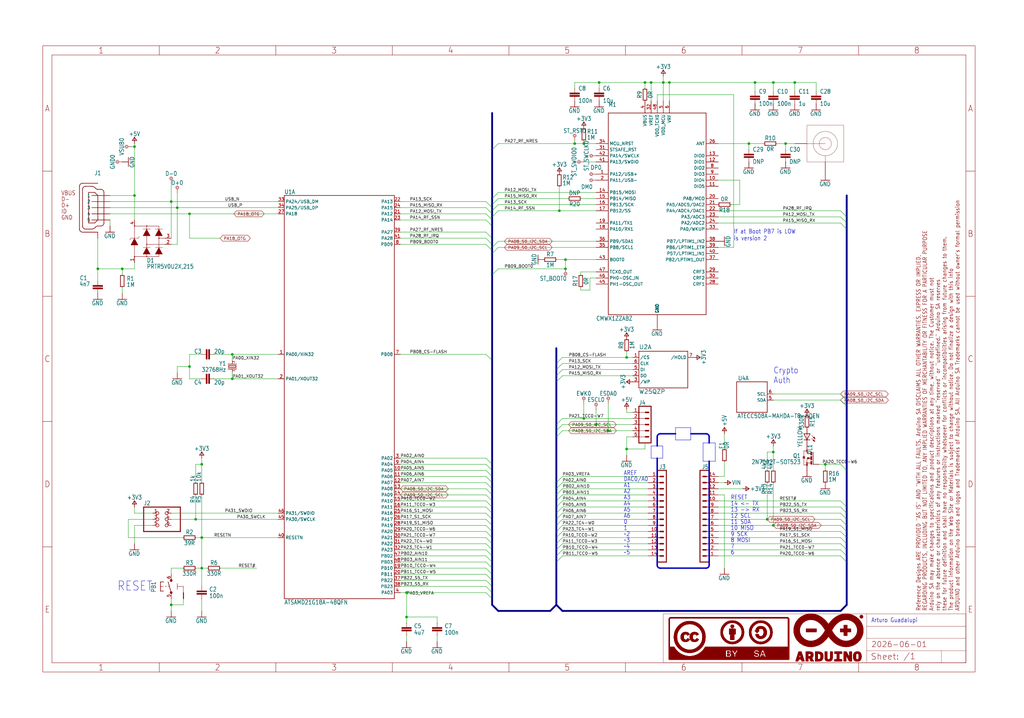
<source format=kicad_sch>
(kicad_sch (version 20231120) (generator "eeschema") (generator_version "8.0")
  (paper "User" 425.45 298.602)
  (lib_symbols
    (symbol "arduino_mkr_wan_1310_kicad-eagle-import:+3V3" (power)
      (symbol "+3V3_1_0"
        (pin power_in line (at 0 -2.54 90) (length 2.54) (name "+3V3") (number "1"))
      )
    )
    (symbol "arduino_mkr_wan_1310_kicad-eagle-import:+5V" (power)
      (symbol "+5V_1_0"
        (pin power_in line (at 0 -2.54 90) (length 2.54) (name "+5V") (number "1"))
      )
    )
    (symbol "arduino_mkr_wan_1310_kicad-eagle-import:2N7002T-SOT523"
      (property "Reference" "Q" (at 2.54 0 0))
      (symbol "2N7002T-SOT523_1_0"
        (pin passive line (at 0 5.08 270) (length 2.54) (name "D") (number "D"))
        (pin passive line (at -5.08 -2.54 0) (length 2.54) (name "G") (number "G"))
        (pin passive line (at 0 -5.08 90) (length 2.54) (name "S") (number "S"))
      )
    )
    (symbol "arduino_mkr_wan_1310_kicad-eagle-import:32.768KHZ"
      (property "Reference" "Y" (at 2.54 1.016 0))
      (symbol "32.768KHZ_1_0"
        (text "1" (at -2.159 -1.143 0) (effects (font (size 0.8636 0.734)) (justify left bottom)))
        (text "2" (at 1.524 -1.143 0) (effects (font (size 0.8636 0.734)) (justify left bottom)))
        (pin passive line (at -2.54 0 0) (length 0) (name "1") (number "1"))
        (pin passive line (at 2.54 0 180) (length 0) (name "2") (number "2"))
      )
    )
    (symbol "arduino_mkr_wan_1310_kicad-eagle-import:A3-FRAME"
      (symbol "A3-FRAME_1_0"
        (text "${#}/${##}" (at 357.505 5.08 0) (effects (font (size 2.54 2.54)) (justify left bottom)))
        (text "${CURRENT_DATE}" (at 344.17 10.16 0) (effects (font (size 2.286 2.286)) (justify left bottom)))
        (text "${PROJECTNAME}" (at 344.17 15.24 0) (effects (font (size 2.54 2.54)) (justify left bottom)))
        (text "1" (at 24.2094 1.905 0) (effects (font (size 2.54 2.286))))
        (text "1" (at 24.2094 258.445 0) (effects (font (size 2.54 2.286))))
        (text "2" (at 72.6281 1.905 0) (effects (font (size 2.54 2.286))))
        (text "2" (at 72.6281 258.445 0) (effects (font (size 2.54 2.286))))
        (text "3" (at 121.0469 1.905 0) (effects (font (size 2.54 2.286))))
        (text "3" (at 121.0469 258.445 0) (effects (font (size 2.54 2.286))))
        (text "4" (at 169.4656 1.905 0) (effects (font (size 2.54 2.286))))
        (text "4" (at 169.4656 258.445 0) (effects (font (size 2.54 2.286))))
        (text "5" (at 217.8844 1.905 0) (effects (font (size 2.54 2.286))))
        (text "5" (at 217.8844 258.445 0) (effects (font (size 2.54 2.286))))
        (text "6" (at 266.3031 1.905 0) (effects (font (size 2.54 2.286))))
        (text "6" (at 266.3031 258.445 0) (effects (font (size 2.54 2.286))))
        (text "7" (at 314.7219 1.905 0) (effects (font (size 2.54 2.286))))
        (text "7" (at 314.7219 258.445 0) (effects (font (size 2.54 2.286))))
        (text "8" (at 363.1406 1.905 0) (effects (font (size 2.54 2.286))))
        (text "8" (at 363.1406 258.445 0) (effects (font (size 2.54 2.286))))
        (text "A" (at 1.905 234.315 0) (effects (font (size 2.54 2.286))))
        (text "A" (at 385.445 234.315 0) (effects (font (size 2.54 2.286))))
        (text "B" (at 1.905 182.245 0) (effects (font (size 2.54 2.286))))
        (text "B" (at 385.445 182.245 0) (effects (font (size 2.54 2.286))))
        (text "C" (at 1.905 130.175 0) (effects (font (size 2.54 2.286))))
        (text "C" (at 385.445 130.175 0) (effects (font (size 2.54 2.286))))
        (text "D" (at 1.905 78.105 0) (effects (font (size 2.54 2.286))))
        (text "D" (at 385.445 78.105 0) (effects (font (size 2.54 2.286))))
        (text "E" (at 1.905 26.035 0) (effects (font (size 2.54 2.286))))
        (text "E" (at 385.445 26.035 0) (effects (font (size 2.54 2.286))))
        (text "Reference Designs ARE PROVIDED \"AS IS\" AND \"WITH ALL FAULTS. Arduino SA DISCLAIMS ALL OTHER WARRANTIES, EXPRESS OR IMPLIED,\nREGARDING PRODUCTS, INCLUDING BUT NOT LIMITED TO, ANY IMPLIED WARRANTIES OF MERCHANTABILITY OR FITNESS FOR A PARTICULAR PURPOSE\nArduino SA may make changes to specifications and product descriptions at any time, without notice. The Customer must not\nrely on the absence or characteristics of any features or instructions marked \"reserved\" or \"undefined.\" Arduino SA reserves\nthese for future definition and shall have no responsibility whatsoever for conflicts or incompatibilities arising from future changes to them.\nThe product information on the Web Site or Materials is subject to change without notice. Do not finalize a design with this info\nARDUINO and other Arduino brands and logos and Trademarks of Arduino SA. All Arduino SA Trademarks cannot be used without owner's formal permission" (at 381 25.4 900) (effects (font (size 1.6764 1.4249)) (justify left bottom)))
        (text "Sheet:" (at 343.916 4.953 0) (effects (font (size 2.54 2.54)) (justify left bottom)))
      )
    )
    (symbol "arduino_mkr_wan_1310_kicad-eagle-import:ATECC508A-MAHDA-T8-UDFN"
      (property "Reference" "U" (at -7.62 8.128 0))
      (symbol "ATECC508A-MAHDA-T8-UDFN_1_0"
        (pin bidirectional line (at -10.16 0 0) (length 2.54) (name "SDA") (number "5"))
        (pin input line (at -10.16 2.54 0) (length 2.54) (name "SCL") (number "6"))
      )
      (symbol "ATECC508A-MAHDA-T8-UDFN_2_0"
        (pin bidirectional line (at 10.16 5.08 180) (length 2.54) (name "NC@1") (number "1"))
        (pin bidirectional line (at 10.16 2.54 180) (length 2.54) (name "NC@2") (number "2"))
        (pin bidirectional line (at 10.16 0 180) (length 2.54) (name "NC@3") (number "3"))
        (pin power_in line (at -10.16 -5.08 0) (length 2.54) (name "GND") (number "4"))
        (pin bidirectional line (at 10.16 -2.54 180) (length 2.54) (name "NC@4") (number "7"))
        (pin power_in line (at -10.16 5.08 0) (length 2.54) (name "VCC") (number "8"))
        (pin passive line (at 10.16 -5.08 180) (length 2.54) (name "EP") (number "9"))
      )
    )
    (symbol "arduino_mkr_wan_1310_kicad-eagle-import:ATSAMD21G18A-48QFN"
      (property "Reference" "U" (at -15.24 30.988 0))
      (symbol "ATSAMD21G18A-48QFN_1_0"
        (pin bidirectional line (at -25.4 17.78 0) (length 2.54) (name "PA00/XIN32") (number "1"))
        (pin bidirectional line (at 25.4 -30.48 180) (length 2.54) (name "PA05") (number "10"))
        (pin bidirectional line (at 25.4 -33.02 180) (length 2.54) (name "PA06") (number "11"))
        (pin bidirectional line (at 25.4 -35.56 180) (length 2.54) (name "PA07") (number "12"))
        (pin bidirectional line (at 25.4 -38.1 180) (length 2.54) (name "PA08") (number "13"))
        (pin bidirectional line (at 25.4 -40.64 180) (length 2.54) (name "PA09") (number "14"))
        (pin bidirectional line (at 25.4 -43.18 180) (length 2.54) (name "PA10") (number "15"))
        (pin bidirectional line (at 25.4 -45.72 180) (length 2.54) (name "PA11") (number "16"))
        (pin bidirectional line (at 25.4 -71.12 180) (length 2.54) (name "PB10") (number "19"))
        (pin bidirectional line (at -25.4 7.62 0) (length 2.54) (name "PA01/XOUT32") (number "2"))
        (pin bidirectional line (at 25.4 -73.66 180) (length 2.54) (name "PB11") (number "20"))
        (pin bidirectional line (at 25.4 76.2 180) (length 2.54) (name "PA12") (number "21"))
        (pin bidirectional line (at 25.4 81.28 180) (length 2.54) (name "PA13") (number "22"))
        (pin bidirectional line (at 25.4 73.66 180) (length 2.54) (name "PA14") (number "23"))
        (pin bidirectional line (at 25.4 78.74 180) (length 2.54) (name "PA15") (number "24"))
        (pin bidirectional line (at 25.4 -48.26 180) (length 2.54) (name "PA16") (number "25"))
        (pin bidirectional line (at 25.4 -50.8 180) (length 2.54) (name "PA17") (number "26"))
        (pin bidirectional line (at -25.4 76.2 0) (length 2.54) (name "PA18") (number "27"))
        (pin bidirectional line (at 25.4 -53.34 180) (length 2.54) (name "PA19") (number "28"))
        (pin bidirectional line (at 25.4 -55.88 180) (length 2.54) (name "PA20") (number "29"))
        (pin bidirectional line (at 25.4 -25.4 180) (length 2.54) (name "PA02") (number "3"))
        (pin bidirectional line (at 25.4 -58.42 180) (length 2.54) (name "PA21") (number "30"))
        (pin bidirectional line (at 25.4 -60.96 180) (length 2.54) (name "PA22") (number "31"))
        (pin bidirectional line (at 25.4 -63.5 180) (length 2.54) (name "PA23") (number "32"))
        (pin bidirectional line (at -25.4 81.28 0) (length 2.54) (name "PA24/USB_DM") (number "33"))
        (pin bidirectional line (at -25.4 78.74 0) (length 2.54) (name "PA25/USB_DP") (number "34"))
        (pin bidirectional line (at 25.4 -76.2 180) (length 2.54) (name "PB22") (number "37"))
        (pin bidirectional line (at 25.4 -78.74 180) (length 2.54) (name "PB23") (number "38"))
        (pin bidirectional line (at 25.4 68.58 180) (length 2.54) (name "PA27") (number "39"))
        (pin bidirectional line (at 25.4 -81.28 180) (length 2.54) (name "PA03") (number "4"))
        (pin bidirectional line (at -25.4 -58.42 0) (length 2.54) (name "RESETN") (number "40"))
        (pin bidirectional line (at 25.4 66.04 180) (length 2.54) (name "PA28") (number "41"))
        (pin bidirectional line (at -25.4 -50.8 0) (length 2.54) (name "PA30/SWCLK") (number "45"))
        (pin bidirectional line (at -25.4 -48.26 0) (length 2.54) (name "PA31/SWDIO") (number "46"))
        (pin bidirectional line (at 25.4 -66.04 180) (length 2.54) (name "PB02") (number "47"))
        (pin bidirectional line (at 25.4 -68.58 180) (length 2.54) (name "PB03") (number "48"))
        (pin bidirectional line (at 25.4 17.78 180) (length 2.54) (name "PB08") (number "7"))
        (pin bidirectional line (at 25.4 63.5 180) (length 2.54) (name "PB09") (number "8"))
        (pin bidirectional line (at 25.4 -27.94 180) (length 2.54) (name "PA04") (number "9"))
      )
      (symbol "ATSAMD21G18A-48QFN_2_0"
        (pin power_in line (at -17.78 27.94 0) (length 2.54) (name "VDDIO@1") (number "17"))
        (pin power_in line (at -17.78 17.78 0) (length 2.54) (name "GND@1") (number "18"))
        (pin power_in line (at -17.78 -5.08 0) (length 2.54) (name "GND@2") (number "35"))
        (pin power_in line (at -17.78 5.08 0) (length 2.54) (name "VDDIO@2") (number "36"))
        (pin power_in line (at 17.78 17.78 180) (length 2.54) (name "GND@3") (number "42"))
        (pin power_in line (at 17.78 -17.78 180) (length 2.54) (name "VDDCORE") (number "43"))
        (pin power_in line (at 17.78 27.94 180) (length 2.54) (name "VDDIN") (number "44"))
        (pin passive line (at 17.78 -27.94 180) (length 2.54) (name "EP") (number "49"))
        (pin power_in line (at 17.78 -5.08 180) (length 2.54) (name "GNDANA") (number "5"))
        (pin power_in line (at 17.78 5.08 180) (length 2.54) (name "VDDANA") (number "6"))
      )
    )
    (symbol "arduino_mkr_wan_1310_kicad-eagle-import:Arduino-supply_GND" (power)
      (symbol "Arduino-supply_GND_1_0"
        (pin power_in line (at 0 2.54 270) (length 2.54) (name "GND") (number "1"))
      )
    )
    (symbol "arduino_mkr_wan_1310_kicad-eagle-import:C-0402"
      (property "Reference" "C" (at 1.524 1.651 0))
      (symbol "C-0402_1_0"
        (pin passive line (at 0 2.54 270) (length 0) (name "1") (number "1"))
        (pin passive line (at 0 -2.54 90) (length 0) (name "2") (number "2"))
      )
    )
    (symbol "arduino_mkr_wan_1310_kicad-eagle-import:C-0603"
      (property "Reference" "C" (at 1.524 1.651 0))
      (symbol "C-0603_1_0"
        (pin passive line (at 0 2.54 270) (length 0) (name "1") (number "1"))
        (pin passive line (at 0 -2.54 90) (length 0) (name "2") (number "2"))
      )
    )
    (symbol "arduino_mkr_wan_1310_kicad-eagle-import:C-0805"
      (property "Reference" "C" (at 1.524 1.651 0))
      (symbol "C-0805_1_0"
        (pin passive line (at 0 2.54 270) (length 0) (name "1") (number "1"))
        (pin passive line (at 0 -2.54 90) (length 0) (name "2") (number "2"))
      )
    )
    (symbol "arduino_mkr_wan_1310_kicad-eagle-import:CMWX1ZZABZ"
      (property "Reference" "M" (at -20.32 40.64 0))
      (symbol "CMWX1ZZABZ_1_0"
        (pin bidirectional line (at -25.4 12.7 0) (length 5.08) (name "PA12/USB+") (number "1"))
        (pin bidirectional line (at 25.4 10.16 180) (length 5.08) (name "DIO4") (number "10"))
        (pin bidirectional line (at 25.4 7.62 180) (length 5.08) (name "DIO5") (number "11"))
        (pin bidirectional line (at 25.4 17.78 180) (length 5.08) (name "DIO1") (number "12"))
        (pin bidirectional line (at 25.4 20.32 180) (length 5.08) (name "DIO0") (number "13"))
        (pin bidirectional line (at -25.4 5.08 0) (length 5.08) (name "PB15/MOSI") (number "14"))
        (pin bidirectional line (at -25.4 2.54 0) (length 5.08) (name "PB14/MISO") (number "15"))
        (pin bidirectional line (at -25.4 0 0) (length 5.08) (name "PB13/SCK") (number "16"))
        (pin bidirectional line (at -25.4 -2.54 0) (length 5.08) (name "PB12/SS") (number "17"))
        (pin bidirectional line (at -25.4 -10.16 0) (length 5.08) (name "PA10/RX1") (number "18"))
        (pin bidirectional line (at -25.4 -7.62 0) (length 5.08) (name "PA11/TX1") (number "19"))
        (pin bidirectional line (at -25.4 10.16 0) (length 5.08) (name "PA11/USB-") (number "2"))
        (pin bidirectional line (at 25.4 2.54 180) (length 5.08) (name "PA8/MCO") (number "20"))
        (pin bidirectional line (at 25.4 0 180) (length 5.08) (name "PA5/ADC5/DAC2") (number "21"))
        (pin bidirectional line (at 25.4 -2.54 180) (length 5.08) (name "PA4/ADC4/DAC1") (number "22"))
        (pin bidirectional line (at 25.4 -5.08 180) (length 5.08) (name "PA3/ADC3") (number "23"))
        (pin bidirectional line (at 25.4 -7.62 180) (length 5.08) (name "PA2/ADC2") (number "24"))
        (pin bidirectional line (at 0 -50.8 90) (length 5.08) (name "GND") (number "25"))
        (pin bidirectional line (at 25.4 25.4 180) (length 5.08) (name "ANT") (number "26"))
        (pin bidirectional line (at 0 -50.8 90) (length 5.08) (name "GND") (number "27"))
        (pin bidirectional line (at 25.4 -33.02 180) (length 5.08) (name "CRF1") (number "28"))
        (pin bidirectional line (at 25.4 -27.94 180) (length 5.08) (name "CRF3") (number "29"))
        (pin bidirectional line (at 0 -50.8 90) (length 5.08) (name "GND") (number "3"))
        (pin bidirectional line (at 25.4 -30.48 180) (length 5.08) (name "CRF2") (number "30"))
        (pin bidirectional line (at -25.4 22.86 0) (length 5.08) (name "STSAFE_RST") (number "31"))
        (pin bidirectional line (at -2.54 43.18 270) (length 5.08) (name "VREF") (number "32"))
        (pin bidirectional line (at 25.4 -10.16 180) (length 5.08) (name "PA0/WKUP") (number "33"))
        (pin bidirectional line (at -25.4 25.4 0) (length 5.08) (name "MCU_NRST") (number "34"))
        (pin bidirectional line (at -25.4 -17.78 0) (length 5.08) (name "PB8/SCL1") (number "35"))
        (pin bidirectional line (at -25.4 -15.24 0) (length 5.08) (name "PB9/SDA1") (number "36"))
        (pin bidirectional line (at 25.4 -22.86 180) (length 5.08) (name "PB2/LPTIM1_OUT") (number "37"))
        (pin bidirectional line (at 25.4 -15.24 180) (length 5.08) (name "PB7/LPTIM1_IN2") (number "38"))
        (pin bidirectional line (at 25.4 -17.78 180) (length 5.08) (name "PB6/LPTIM1_ETR") (number "39"))
        (pin bidirectional line (at -5.08 43.18 270) (length 5.08) (name "VBUS") (number "4"))
        (pin bidirectional line (at 25.4 -20.32 180) (length 5.08) (name "P57/LPTIM1_IN1") (number "40"))
        (pin bidirectional line (at -25.4 17.78 0) (length 5.08) (name "PA13/SWDIO") (number "41"))
        (pin bidirectional line (at -25.4 20.32 0) (length 5.08) (name "PA14/SWCLK") (number "42"))
        (pin bidirectional line (at -25.4 -22.86 0) (length 5.08) (name "BOOT0") (number "43"))
        (pin bidirectional line (at 0 -50.8 90) (length 5.08) (name "GND") (number "44"))
        (pin bidirectional line (at -25.4 -33.02 0) (length 5.08) (name "PH1-OSC_OUT") (number "45"))
        (pin bidirectional line (at -25.4 -30.48 0) (length 5.08) (name "PH0-OSC_IN") (number "46"))
        (pin bidirectional line (at -25.4 -27.94 0) (length 5.08) (name "TCX0_OUT") (number "47"))
        (pin bidirectional line (at 0 43.18 270) (length 5.08) (name "VDD_TCX0") (number "48"))
        (pin bidirectional line (at 0 -50.8 90) (length 5.08) (name "GND") (number "49"))
        (pin bidirectional line (at 2.54 43.18 270) (length 5.08) (name "VDD_MCU") (number "5"))
        (pin bidirectional line (at 0 -50.8 90) (length 5.08) (name "GND") (number "50"))
        (pin bidirectional line (at 0 -50.8 90) (length 5.08) (name "GND") (number "51"))
        (pin bidirectional line (at 0 -50.8 90) (length 5.08) (name "GND") (number "52"))
        (pin bidirectional line (at 0 -50.8 90) (length 5.08) (name "GND") (number "53"))
        (pin bidirectional line (at 0 -50.8 90) (length 5.08) (name "GND") (number "54"))
        (pin bidirectional line (at 0 -50.8 90) (length 5.08) (name "GND") (number "55"))
        (pin bidirectional line (at 0 -50.8 90) (length 5.08) (name "GND") (number "56"))
        (pin bidirectional line (at 0 -50.8 90) (length 5.08) (name "GND") (number "57"))
        (pin bidirectional line (at 5.08 43.18 270) (length 5.08) (name "VRF") (number "6"))
        (pin bidirectional line (at 0 -50.8 90) (length 5.08) (name "GND") (number "7"))
        (pin bidirectional line (at 25.4 15.24 180) (length 5.08) (name "DIO2") (number "8"))
        (pin bidirectional line (at 25.4 12.7 180) (length 5.08) (name "DIO3") (number "9"))
      )
    )
    (symbol "arduino_mkr_wan_1310_kicad-eagle-import:GND" (power)
      (symbol "GND_1_0"
        (pin power_in line (at 0 2.54 270) (length 2.54) (name "GND") (number "1"))
      )
    )
    (symbol "arduino_mkr_wan_1310_kicad-eagle-import:LED-0603"
      (property "Reference" "DL" (at 3.556 -4.572 90))
      (symbol "LED-0603_1_0"
        (pin passive line (at 0 2.54 270) (length 2.54) (name "A") (number "A"))
        (pin passive line (at 0 -5.08 90) (length 2.54) (name "C") (number "C"))
      )
    )
    (symbol "arduino_mkr_wan_1310_kicad-eagle-import:PINHD-1X14-SMTH-SMD"
      (property "Reference" "J" (at 0 18.288 0))
      (symbol "PINHD-1X14-SMTH-SMD_1_0"
        (pin passive line (at 7.62 -17.78 180) (length 5.08) (name "1") (number "1"))
        (pin passive line (at 7.62 5.08 180) (length 5.08) (name "10") (number "10"))
        (pin passive line (at 7.62 7.62 180) (length 5.08) (name "11") (number "11"))
        (pin passive line (at 7.62 10.16 180) (length 5.08) (name "12") (number "12"))
        (pin passive line (at 7.62 12.7 180) (length 5.08) (name "13") (number "13"))
        (pin passive line (at 7.62 15.24 180) (length 5.08) (name "14") (number "14"))
        (pin passive line (at 7.62 -15.24 180) (length 5.08) (name "2") (number "2"))
        (pin passive line (at 7.62 -12.7 180) (length 5.08) (name "3") (number "3"))
        (pin passive line (at 7.62 -10.16 180) (length 5.08) (name "4") (number "4"))
        (pin passive line (at 7.62 -7.62 180) (length 5.08) (name "5") (number "5"))
        (pin passive line (at 7.62 -5.08 180) (length 5.08) (name "6") (number "6"))
        (pin passive line (at 7.62 -2.54 180) (length 5.08) (name "7") (number "7"))
        (pin passive line (at 7.62 0 180) (length 5.08) (name "8") (number "8"))
        (pin passive line (at 7.62 2.54 180) (length 5.08) (name "9") (number "9"))
      )
    )
    (symbol "arduino_mkr_wan_1310_kicad-eagle-import:PINHD-2X03SMD-NH"
      (property "Reference" "J" (at -6.35 5.715 0))
      (symbol "PINHD-2X03SMD-NH_1_0"
        (pin passive inverted (at -2.54 2.54 0) (length 2.54) (name "1") (number "1"))
        (pin passive inverted (at 5.08 2.54 180) (length 2.54) (name "2") (number "2"))
        (pin passive inverted (at -2.54 0 0) (length 2.54) (name "3") (number "3"))
        (pin passive inverted (at 5.08 0 180) (length 2.54) (name "4") (number "4"))
        (pin passive inverted (at -2.54 -2.54 0) (length 2.54) (name "5") (number "5"))
        (pin passive inverted (at 5.08 -2.54 180) (length 2.54) (name "6") (number "6"))
      )
    )
    (symbol "arduino_mkr_wan_1310_kicad-eagle-import:PRTR5V0U2X,215"
      (property "Reference" "D" (at -2.54 6.096 0))
      (symbol "PRTR5V0U2X,215_1_0"
        (pin passive line (at -5.08 -10.16 90) (length 2.54) (name "1") (number "1"))
        (pin passive line (at 10.16 -2.54 180) (length 2.54) (name "2") (number "2"))
        (pin passive line (at 10.16 0 180) (length 2.54) (name "3") (number "3"))
        (pin passive line (at -5.08 7.62 270) (length 2.54) (name "4") (number "4"))
      )
    )
    (symbol "arduino_mkr_wan_1310_kicad-eagle-import:R-0402"
      (property "Reference" "R" (at 0 1.27 0))
      (symbol "R-0402_1_0"
        (pin passive line (at -2.54 0 0) (length 0) (name "1") (number "1"))
        (pin passive line (at 2.54 0 180) (length 0) (name "2") (number "2"))
      )
    )
    (symbol "arduino_mkr_wan_1310_kicad-eagle-import:R-0603"
      (property "Reference" "R" (at 0 1.27 0))
      (symbol "R-0603_1_0"
        (pin passive line (at -2.54 0 0) (length 0) (name "1") (number "1"))
        (pin passive line (at 2.54 0 180) (length 0) (name "2") (number "2"))
      )
    )
    (symbol "arduino_mkr_wan_1310_kicad-eagle-import:SM05B-SRSS-TB"
      (property "Reference" "J" (at -2.54 8.128 0))
      (symbol "SM05B-SRSS-TB_1_0"
        (pin passive line (at -5.08 5.08 0) (length 2.54) (name "1") (number "1"))
        (pin passive line (at -5.08 2.54 0) (length 2.54) (name "2") (number "2"))
        (pin passive line (at -5.08 0 0) (length 2.54) (name "3") (number "3"))
        (pin passive line (at -5.08 -2.54 0) (length 2.54) (name "4") (number "4"))
        (pin passive line (at -5.08 -5.08 0) (length 2.54) (name "5") (number "5"))
        (pin passive line (at 0 -7.62 0) (length 0) (name "SH") (number "SH1"))
        (pin passive line (at 0 -7.62 0) (length 0) (name "SH") (number "SH2"))
      )
    )
    (symbol "arduino_mkr_wan_1310_kicad-eagle-import:TACTILE1PTS820-NH"
      (property "Reference" "PB" (at -6.35 -2.54 90))
      (symbol "TACTILE1PTS820-NH_1_0"
        (pin power_in line (at 5.08 -5.08 90) (length 2.54) (name "3") (number "1"))
        (pin power_in line (at 5.08 -5.08 90) (length 2.54) (name "3") (number "2"))
        (pin power_in line (at 5.08 -5.08 90) (length 2.54) (name "3") (number "3"))
        (pin power_in line (at 5.08 -5.08 90) (length 2.54) (name "3") (number "4"))
        (pin passive line (at 0 -5.08 90) (length 2.54) (name "1") (number "5"))
        (pin passive line (at 0 5.08 270) (length 2.54) (name "2") (number "6"))
      )
    )
    (symbol "arduino_mkr_wan_1310_kicad-eagle-import:TPTP-0.8MM"
      (property "Reference" "TP" (at 0 0.508 0))
      (symbol "TPTP-0.8MM_1_0"
        (pin passive line (at 0 -2.54 90) (length 0) (name "P$1") (number "X"))
      )
    )
    (symbol "arduino_mkr_wan_1310_kicad-eagle-import:TPTP-1.00MM"
      (property "Reference" "TP" (at 0 0.508 0))
      (symbol "TPTP-1.00MM_1_0"
        (pin passive line (at 0 -2.54 90) (length 0) (name "P$1") (number "X"))
      )
    )
    (symbol "arduino_mkr_wan_1310_kicad-eagle-import:TPTP-1.27MM"
      (property "Reference" "TP" (at 0 0.508 0))
      (symbol "TPTP-1.27MM_1_0"
        (pin passive line (at 0 -2.54 90) (length 0) (name "P$1") (number "X"))
      )
    )
    (symbol "arduino_mkr_wan_1310_kicad-eagle-import:UFL"
      (symbol "UFL_1_0"
        (pin bidirectional line (at 0 -12.7 90) (length 5.08) (name "GND") (number "GND1"))
        (pin bidirectional line (at 0 -12.7 90) (length 5.08) (name "GND") (number "GND2"))
        (pin bidirectional line (at -12.7 0 0) (length 5.08) (name "SIG") (number "SIG"))
      )
    )
    (symbol "arduino_mkr_wan_1310_kicad-eagle-import:USB-MICRO"
      (property "Reference" "J" (at -2.54 10.922 0))
      (symbol "USB-MICRO_1_0"
        (text "D+" (at -12.7 0 0) (effects (font (size 1.778 1.5113)) (justify left bottom)))
        (text "D-" (at -12.7 2.54 0) (effects (font (size 1.778 1.5113)) (justify left bottom)))
        (text "GND" (at -12.7 -5.08 0) (effects (font (size 1.778 1.5113)) (justify left bottom)))
        (text "ID" (at -12.7 -2.54 0) (effects (font (size 1.778 1.5113)) (justify left bottom)))
        (text "VBUS" (at -12.7 5.08 0) (effects (font (size 1.778 1.5113)) (justify left bottom)))
        (pin passive line (at 7.62 5.08 180) (length 7.62) (name "1") (number "1"))
        (pin passive line (at 2.54 -12.7 90) (length 2.54) (name "SH") (number "10"))
        (pin passive line (at 2.54 -12.7 90) (length 2.54) (name "SH") (number "11"))
        (pin passive line (at 7.62 2.54 180) (length 7.62) (name "2") (number "2"))
        (pin passive line (at 7.62 0 180) (length 7.62) (name "3") (number "3"))
        (pin passive line (at 7.62 -2.54 180) (length 7.62) (name "4") (number "4"))
        (pin passive line (at 7.62 -5.08 180) (length 7.62) (name "5") (number "5"))
        (pin passive line (at 2.54 -12.7 90) (length 2.54) (name "SH") (number "6"))
        (pin passive line (at 2.54 -12.7 90) (length 2.54) (name "SH") (number "7"))
        (pin passive line (at 2.54 -12.7 90) (length 2.54) (name "SH") (number "8"))
        (pin passive line (at 2.54 -12.7 90) (length 2.54) (name "SH") (number "9"))
      )
    )
    (symbol "arduino_mkr_wan_1310_kicad-eagle-import:VIN" (power)
      (symbol "VIN_1_0"
        (pin power_in line (at 0 -2.54 90) (length 2.54) (name "VIN") (number "1"))
      )
    )
    (symbol "arduino_mkr_wan_1310_kicad-eagle-import:W25QZP"
      (property "Reference" "U" (at -7.62 8.3566 0))
      (symbol "W25QZP_1_0"
        (pin input line (at -12.7 5.08 0) (length 2.54) (name "/CS") (number "1"))
        (pin tri_state line (at -12.7 -2.54 0) (length 2.54) (name "DO") (number "2"))
        (pin input line (at -12.7 -5.08 0) (length 2.54) (name "/WP") (number "3"))
        (pin input line (at -12.7 0 0) (length 2.54) (name "DI") (number "5"))
        (pin input line (at -12.7 2.54 0) (length 2.54) (name "CLK") (number "6"))
        (pin input line (at 12.7 5.08 180) (length 2.54) (name "/HOLD") (number "7"))
      )
      (symbol "W25QZP_2_0"
        (pin power_in line (at -10.16 -5.08 0) (length 2.54) (name "GND") (number "4"))
        (pin power_in line (at -10.16 5.08 0) (length 2.54) (name "VCC") (number "8"))
        (pin passive line (at -10.16 -2.54 0) (length 2.54) (name "EP") (number "9"))
      )
    )
  )
  (junction (at 71.12 83.82))
  (junction (at 96.52 157.48))
  (junction (at 232.41 87.63))
  (junction (at 55.88 81.28))
  (junction (at 40.64 111.76))
  (junction (at 326.39 59.69))
  (junction (at 96.52 147.32))
  (junction (at 260.35 148.59))
  (junction (at 242.57 59.69))
  (junction (at 342.9 193.04))
  (junction (at 238.76 59.69))
  (junction (at 330.2 34.29))
  (junction (at 311.15 59.69))
  (junction (at 252.73 179.07))
  (junction (at 318.77 215.9))
  (junction (at 168.91 256.54))
  (junction (at 270.51 34.29))
  (junction (at 247.65 176.53))
  (junction (at 275.59 34.29))
  (junction (at 234.95 107.95))
  (junction (at 55.88 60.96))
  (junction (at 73.66 86.36))
  (junction (at 50.8 111.76))
  (junction (at 234.95 111.76))
  (junction (at 83.82 193.04))
  (junction (at 83.82 236.22))
  (junction (at 83.82 223.52))
  (junction (at 78.74 152.4))
  (junction (at 321.31 187.96))
  (junction (at 260.35 186.69))
  (junction (at 278.13 34.29))
  (junction (at 321.31 218.44))
  (junction (at 168.91 246.38))
  (junction (at 267.97 34.29))
  (junction (at 321.31 34.29))
  (junction (at 242.57 173.99))
  (junction (at 81.28 215.9))
  (junction (at 71.12 251.46))
  (junction (at 78.74 88.9))
  (junction (at 313.69 34.29))
  (junction (at 248.92 34.29))
  (bus_entry (at 349.25 166.37) (size 2.54 2.54))
  (bus_entry (at 201.93 215.9) (size 2.54 2.54))
  (bus_entry (at 207.01 87.63) (size -2.54 2.54))
  (bus_entry (at 201.93 83.82) (size 2.54 2.54))
  (bus_entry (at 349.25 87.63) (size 2.54 2.54))
  (bus_entry (at 233.68 151.13) (size -2.54 2.54))
  (bus_entry (at 201.93 233.68) (size 2.54 2.54))
  (bus_entry (at 349.25 215.9) (size 2.54 2.54))
  (bus_entry (at 207.01 111.76) (size -2.54 2.54))
  (bus_entry (at 233.68 198.12) (size -2.54 2.54))
  (bus_entry (at 233.68 200.66) (size -2.54 2.54))
  (bus_entry (at 233.68 148.59) (size -2.54 2.54))
  (bus_entry (at 201.93 198.12) (size 2.54 2.54))
  (bus_entry (at 201.93 246.38) (size 2.54 2.54))
  (bus_entry (at 233.68 226.06) (size -2.54 2.54))
  (bus_entry (at 349.25 226.06) (size 2.54 2.54))
  (bus_entry (at 201.93 218.44) (size 2.54 2.54))
  (bus_entry (at 201.93 195.58) (size 2.54 2.54))
  (bus_entry (at 233.68 203.2) (size -2.54 2.54))
  (bus_entry (at 349.25 218.44) (size 2.54 2.54))
  (bus_entry (at 201.93 228.6) (size 2.54 2.54))
  (bus_entry (at 349.25 163.83) (size 2.54 2.54))
  (bus_entry (at 201.93 147.32) (size 2.54 2.54))
  (bus_entry (at 201.93 96.52) (size 2.54 2.54))
  (bus_entry (at 201.93 210.82) (size 2.54 2.54))
  (bus_entry (at 201.93 236.22) (size 2.54 2.54))
  (bus_entry (at 207.01 100.33) (size -2.54 2.54))
  (bus_entry (at 233.68 176.53) (size -2.54 2.54))
  (bus_entry (at 233.68 153.67) (size -2.54 2.54))
  (bus_entry (at 201.93 88.9) (size 2.54 2.54))
  (bus_entry (at 201.93 193.04) (size 2.54 2.54))
  (bus_entry (at 201.93 238.76) (size 2.54 2.54))
  (bus_entry (at 233.68 179.07) (size -2.54 2.54))
  (bus_entry (at 201.93 213.36) (size 2.54 2.54))
  (bus_entry (at 233.68 231.14) (size -2.54 2.54))
  (bus_entry (at 349.25 90.17) (size 2.54 2.54))
  (bus_entry (at 233.68 228.6) (size -2.54 2.54))
  (bus_entry (at 201.93 205.74) (size 2.54 2.54))
  (bus_entry (at 207.01 59.69) (size -2.54 2.54))
  (bus_entry (at 201.93 101.6) (size 2.54 2.54))
  (bus_entry (at 349.25 208.28) (size 2.54 2.54))
  (bus_entry (at 349.25 213.36) (size 2.54 2.54))
  (bus_entry (at 233.68 213.36) (size -2.54 2.54))
  (bus_entry (at 201.93 99.06) (size 2.54 2.54))
  (bus_entry (at 201.93 208.28) (size 2.54 2.54))
  (bus_entry (at 349.25 228.6) (size 2.54 2.54))
  (bus_entry (at 201.93 223.52) (size 2.54 2.54))
  (bus_entry (at 349.25 92.71) (size 2.54 2.54))
  (bus_entry (at 233.68 220.98) (size -2.54 2.54))
  (bus_entry (at 201.93 220.98) (size 2.54 2.54))
  (bus_entry (at 201.93 241.3) (size 2.54 2.54))
  (bus_entry (at 201.93 86.36) (size 2.54 2.54))
  (bus_entry (at 201.93 91.44) (size 2.54 2.54))
  (bus_entry (at 349.25 223.52) (size 2.54 2.54))
  (bus_entry (at 201.93 243.84) (size 2.54 2.54))
  (bus_entry (at 207.01 85.09) (size -2.54 2.54))
  (bus_entry (at 233.68 218.44) (size -2.54 2.54))
  (bus_entry (at 201.93 231.14) (size 2.54 2.54))
  (bus_entry (at 349.25 220.98) (size 2.54 2.54))
  (bus_entry (at 349.25 193.04) (size 2.54 2.54))
  (bus_entry (at 233.68 173.99) (size -2.54 2.54))
  (bus_entry (at 207.01 102.87) (size -2.54 2.54))
  (bus_entry (at 207.01 80.01) (size -2.54 2.54))
  (bus_entry (at 233.68 156.21) (size -2.54 2.54))
  (bus_entry (at 233.68 223.52) (size -2.54 2.54))
  (bus_entry (at 349.25 210.82) (size 2.54 2.54))
  (bus_entry (at 201.93 200.66) (size 2.54 2.54))
  (bus_entry (at 233.68 205.74) (size -2.54 2.54))
  (bus_entry (at 207.01 82.55) (size -2.54 2.54))
  (bus_entry (at 233.68 208.28) (size -2.54 2.54))
  (bus_entry (at 233.68 210.82) (size -2.54 2.54))
  (bus_entry (at 201.93 203.2) (size 2.54 2.54))
  (bus_entry (at 201.93 226.06) (size 2.54 2.54))
  (bus_entry (at 349.25 231.14) (size 2.54 2.54))
  (bus_entry (at 233.68 215.9) (size -2.54 2.54))
  (bus_entry (at 201.93 190.5) (size 2.54 2.54))
  (wire (pts (xy 278.13 34.29) (xy 313.69 34.29)) (stroke (width 0.1524)))
  (bus (pts (xy 351.79 231.14) (xy 351.79 228.6)) (stroke (width 0.762)))
  (wire (pts (xy 50.8 111.76) (xy 55.88 111.76)) (stroke (width 0.1524)))
  (bus (pts (xy 231.14 215.9) (xy 231.14 218.44)) (stroke (width 0.762)))
  (wire (pts (xy 233.68 210.82) (xy 269.24 210.82)) (stroke (width 0.1524)))
  (bus (pts (xy 204.47 114.3) (xy 204.47 105.41)) (stroke (width 0.762)))
  (bus (pts (xy 204.47 215.9) (xy 204.47 213.36)) (stroke (width 0.762)))
  (polyline (pts (xy 280.67 182.88) (xy 280.67 180.34)) (stroke (width 0.1524) (type solid)))
  (wire (pts (xy 166.37 88.9) (xy 201.93 88.9)) (stroke (width 0.1524)))
  (bus (pts (xy 351.79 223.52) (xy 351.79 220.98)) (stroke (width 0.762)))
  (wire (pts (xy 83.82 157.48) (xy 78.74 157.48)) (stroke (width 0.1524)))
  (wire (pts (xy 71.12 83.82) (xy 115.57 83.82)) (stroke (width 0.1524)))
  (wire (pts (xy 339.09 34.29) (xy 339.09 38.1)) (stroke (width 0.1524)))
  (bus (pts (xy 204.47 99.06) (xy 204.47 93.98)) (stroke (width 0.762)))
  (wire (pts (xy 275.59 31.75) (xy 275.59 34.29)) (stroke (width 0.1524)))
  (wire (pts (xy 298.45 92.71) (xy 349.25 92.71)) (stroke (width 0.1524)))
  (bus (pts (xy 204.47 205.74) (xy 204.47 203.2)) (stroke (width 0.762)))
  (wire (pts (xy 166.37 190.5) (xy 201.93 190.5)) (stroke (width 0.1524)))
  (wire (pts (xy 260.35 186.69) (xy 260.35 181.61)) (stroke (width 0.1524)))
  (wire (pts (xy 50.8 111.76) (xy 40.64 111.76)) (stroke (width 0.1524)))
  (bus (pts (xy 231.14 176.53) (xy 231.14 179.07)) (stroke (width 0.762)))
  (polyline (pts (xy 292.1 191.77) (xy 294.64 191.77)) (stroke (width 0.1524) (type solid)))
  (wire (pts (xy 83.82 223.52) (xy 83.82 236.22)) (stroke (width 0.1524)))
  (wire (pts (xy 201.93 205.74) (xy 166.37 205.74)) (stroke (width 0.1524)))
  (wire (pts (xy 166.37 193.04) (xy 201.93 193.04)) (stroke (width 0.1524)))
  (polyline (pts (xy 270.51 185.42) (xy 273.05 185.42)) (stroke (width 0.1524) (type solid)))
  (wire (pts (xy 304.8 39.37) (xy 304.8 102.87)) (stroke (width 0.1524)))
  (wire (pts (xy 40.64 111.76) (xy 40.64 116.84)) (stroke (width 0.1524)))
  (wire (pts (xy 267.97 184.15) (xy 267.97 186.69)) (stroke (width 0.1524)))
  (wire (pts (xy 298.45 223.52) (xy 349.25 223.52)) (stroke (width 0.1524)))
  (wire (pts (xy 233.68 205.74) (xy 269.24 205.74)) (stroke (width 0.1524)))
  (wire (pts (xy 260.35 170.18) (xy 260.35 171.45)) (stroke (width 0.1524)))
  (wire (pts (xy 321.31 218.44) (xy 349.25 218.44)) (stroke (width 0.1524)))
  (wire (pts (xy 55.88 81.28) (xy 55.88 91.44)) (stroke (width 0.1524)))
  (wire (pts (xy 71.12 248.92) (xy 71.12 251.46)) (stroke (width 0.1524)))
  (wire (pts (xy 83.82 223.52) (xy 115.57 223.52)) (stroke (width 0.1524)))
  (bus (pts (xy 351.79 166.37) (xy 351.79 95.25)) (stroke (width 0.762)))
  (wire (pts (xy 298.45 205.74) (xy 300.99 205.74)) (stroke (width 0.1524)))
  (bus (pts (xy 204.47 62.23) (xy 204.47 46.99)) (stroke (width 0.762)))
  (bus (pts (xy 204.47 82.55) (xy 204.47 62.23)) (stroke (width 0.762)))
  (wire (pts (xy 321.31 187.96) (xy 321.31 185.42)) (stroke (width 0.1524)))
  (wire (pts (xy 262.89 148.59) (xy 260.35 148.59)) (stroke (width 0.1524)))
  (wire (pts (xy 88.9 157.48) (xy 96.52 157.48)) (stroke (width 0.1524)))
  (wire (pts (xy 260.35 146.05) (xy 260.35 148.59)) (stroke (width 0.1524)))
  (wire (pts (xy 55.88 210.82) (xy 55.88 213.36)) (stroke (width 0.1524)))
  (wire (pts (xy 78.74 99.06) (xy 78.74 88.9)) (stroke (width 0.1524)))
  (bus (pts (xy 231.14 228.6) (xy 231.14 231.14)) (stroke (width 0.762)))
  (polyline (pts (xy 287.02 182.88) (xy 280.67 182.88)) (stroke (width 0.1524) (type solid)))
  (wire (pts (xy 247.65 170.18) (xy 247.65 176.53)) (stroke (width 0.1524)))
  (polyline (pts (xy 270.51 190.5) (xy 270.51 185.42)) (stroke (width 0.1524) (type solid)))
  (bus (pts (xy 351.79 210.82) (xy 351.79 195.58)) (stroke (width 0.762)))
  (wire (pts (xy 248.92 34.29) (xy 238.76 34.29)) (stroke (width 0.1524)))
  (wire (pts (xy 247.65 100.33) (xy 207.01 100.33)) (stroke (width 0.1524)))
  (wire (pts (xy 83.82 236.22) (xy 83.82 243.84)) (stroke (width 0.1524)))
  (bus (pts (xy 231.14 179.07) (xy 231.14 181.61)) (stroke (width 0.762)))
  (bus (pts (xy 204.47 195.58) (xy 204.47 193.04)) (stroke (width 0.762)))
  (wire (pts (xy 308.61 203.2) (xy 298.45 203.2)) (stroke (width 0.1524)))
  (polyline (pts (xy 292.1 184.15) (xy 297.18 184.15)) (stroke (width 0.1524) (type solid)))
  (wire (pts (xy 242.57 67.31) (xy 247.65 67.31)) (stroke (width 0.1524)))
  (bus (pts (xy 204.47 251.46) (xy 204.47 248.92)) (stroke (width 0.762)))
  (wire (pts (xy 267.97 36.83) (xy 267.97 34.29)) (stroke (width 0.1524)))
  (wire (pts (xy 166.37 99.06) (xy 201.93 99.06)) (stroke (width 0.1524)))
  (wire (pts (xy 307.34 85.09) (xy 303.53 85.09)) (stroke (width 0.1524)))
  (wire (pts (xy 73.66 154.94) (xy 73.66 152.4)) (stroke (width 0.1524)))
  (wire (pts (xy 71.12 101.6) (xy 73.66 101.6)) (stroke (width 0.1524)))
  (wire (pts (xy 201.93 223.52) (xy 166.37 223.52)) (stroke (width 0.1524)))
  (bus (pts (xy 351.79 226.06) (xy 351.79 223.52)) (stroke (width 0.762)))
  (bus (pts (xy 204.47 203.2) (xy 204.47 200.66)) (stroke (width 0.762)))
  (wire (pts (xy 96.52 154.94) (xy 96.52 157.48)) (stroke (width 0.1524)))
  (wire (pts (xy 238.76 58.42) (xy 238.76 59.69)) (stroke (width 0.1524)))
  (bus (pts (xy 231.14 251.46) (xy 233.68 254)) (stroke (width 0.762)))
  (bus (pts (xy 204.47 236.22) (xy 204.47 233.68)) (stroke (width 0.762)))
  (wire (pts (xy 236.22 82.55) (xy 207.01 82.55)) (stroke (width 0.1524)))
  (bus (pts (xy 231.14 210.82) (xy 231.14 213.36)) (stroke (width 0.762)))
  (wire (pts (xy 317.5 59.69) (xy 311.15 59.69)) (stroke (width 0.1524)))
  (wire (pts (xy 349.25 166.37) (xy 321.31 166.37)) (stroke (width 0.1524)))
  (bus (pts (xy 231.14 231.14) (xy 231.14 233.68)) (stroke (width 0.762)))
  (wire (pts (xy 298.45 218.44) (xy 321.31 218.44)) (stroke (width 0.1524)))
  (bus (pts (xy 231.14 226.06) (xy 231.14 228.6)) (stroke (width 0.762)))
  (bus (pts (xy 351.79 213.36) (xy 351.79 210.82)) (stroke (width 0.762)))
  (wire (pts (xy 71.12 251.46) (xy 71.12 254)) (stroke (width 0.1524)))
  (bus (pts (xy 204.47 149.86) (xy 204.47 114.3)) (stroke (width 0.762)))
  (polyline (pts (xy 273.05 190.5) (xy 270.51 190.5)) (stroke (width 0.1524) (type solid)))
  (wire (pts (xy 270.51 41.91) (xy 270.51 34.29)) (stroke (width 0.1524)))
  (bus (pts (xy 231.14 153.67) (xy 231.14 156.21)) (stroke (width 0.762)))
  (bus (pts (xy 231.14 208.28) (xy 231.14 210.82)) (stroke (width 0.762)))
  (bus (pts (xy 231.14 251.46) (xy 228.6 254)) (stroke (width 0.762)))
  (wire (pts (xy 71.12 238.76) (xy 71.12 236.22)) (stroke (width 0.1524)))
  (wire (pts (xy 300.99 180.34) (xy 300.99 186.69)) (stroke (width 0.1524)))
  (wire (pts (xy 298.45 208.28) (xy 349.25 208.28)) (stroke (width 0.1524)))
  (wire (pts (xy 166.37 86.36) (xy 201.93 86.36)) (stroke (width 0.1524)))
  (bus (pts (xy 204.47 213.36) (xy 204.47 210.82)) (stroke (width 0.762)))
  (wire (pts (xy 241.3 119.38) (xy 241.3 120.65)) (stroke (width 0.1524)))
  (wire (pts (xy 233.68 200.66) (xy 269.24 200.66)) (stroke (width 0.1524)))
  (wire (pts (xy 234.95 111.76) (xy 234.95 107.95)) (stroke (width 0.1524)))
  (wire (pts (xy 71.12 213.36) (xy 115.57 213.36)) (stroke (width 0.1524)))
  (wire (pts (xy 342.9 193.04) (xy 342.9 195.58)) (stroke (width 0.1524)))
  (wire (pts (xy 168.91 246.38) (xy 166.37 246.38)) (stroke (width 0.1524)))
  (wire (pts (xy 300.99 198.12) (xy 300.99 191.77)) (stroke (width 0.1524)))
  (wire (pts (xy 232.41 77.47) (xy 232.41 87.63)) (stroke (width 0.1524)))
  (bus (pts (xy 349.25 254) (xy 351.79 251.46)) (stroke (width 0.762)))
  (wire (pts (xy 201.93 233.68) (xy 166.37 233.68)) (stroke (width 0.1524)))
  (wire (pts (xy 201.93 218.44) (xy 166.37 218.44)) (stroke (width 0.1524)))
  (wire (pts (xy 201.93 215.9) (xy 166.37 215.9)) (stroke (width 0.1524)))
  (wire (pts (xy 73.66 152.4) (xy 78.74 152.4)) (stroke (width 0.1524)))
  (wire (pts (xy 267.97 34.29) (xy 248.92 34.29)) (stroke (width 0.1524)))
  (wire (pts (xy 238.76 34.29) (xy 238.76 36.83)) (stroke (width 0.1524)))
  (bus (pts (xy 351.79 228.6) (xy 351.79 226.06)) (stroke (width 0.762)))
  (bus (pts (xy 204.47 104.14) (xy 204.47 102.87)) (stroke (width 0.762)))
  (wire (pts (xy 83.82 193.04) (xy 83.82 190.5)) (stroke (width 0.1524)))
  (polyline (pts (xy 287.02 180.34) (xy 287.02 182.88)) (stroke (width 0.1524) (type solid)))
  (bus (pts (xy 233.68 254) (xy 349.25 254)) (stroke (width 0.762)))
  (wire (pts (xy 45.72 81.28) (xy 55.88 81.28)) (stroke (width 0.1524)))
  (wire (pts (xy 233.68 220.98) (xy 269.24 220.98)) (stroke (width 0.1524)))
  (wire (pts (xy 248.92 36.83) (xy 248.92 34.29)) (stroke (width 0.1524)))
  (wire (pts (xy 298.45 90.17) (xy 349.25 90.17)) (stroke (width 0.1524)))
  (polyline (pts (xy 273.05 185.42) (xy 273.05 181.61)) (stroke (width 0.6096) (type solid)))
  (wire (pts (xy 86.36 236.22) (xy 83.82 236.22)) (stroke (width 0.1524)))
  (wire (pts (xy 166.37 91.44) (xy 201.93 91.44)) (stroke (width 0.1524)))
  (wire (pts (xy 321.31 200.66) (xy 321.31 218.44)) (stroke (width 0.1524)))
  (wire (pts (xy 241.3 120.65) (xy 245.11 120.65)) (stroke (width 0.1524)))
  (wire (pts (xy 83.82 205.74) (xy 83.82 223.52)) (stroke (width 0.1524)))
  (wire (pts (xy 71.12 76.2) (xy 71.12 83.82)) (stroke (width 0.1524)))
  (wire (pts (xy 298.45 228.6) (xy 349.25 228.6)) (stroke (width 0.1524)))
  (bus (pts (xy 231.14 213.36) (xy 231.14 215.9)) (stroke (width 0.762)))
  (bus (pts (xy 351.79 95.25) (xy 351.79 92.71)) (stroke (width 0.762)))
  (wire (pts (xy 53.34 215.9) (xy 63.5 215.9)) (stroke (width 0.1524)))
  (wire (pts (xy 88.9 147.32) (xy 96.52 147.32)) (stroke (width 0.1524)))
  (wire (pts (xy 247.65 85.09) (xy 207.01 85.09)) (stroke (width 0.1524)))
  (bus (pts (xy 351.79 220.98) (xy 351.79 218.44)) (stroke (width 0.762)))
  (wire (pts (xy 40.64 99.06) (xy 40.64 111.76)) (stroke (width 0.1524)))
  (wire (pts (xy 201.93 213.36) (xy 166.37 213.36)) (stroke (width 0.1524)))
  (wire (pts (xy 71.12 215.9) (xy 81.28 215.9)) (stroke (width 0.1524)))
  (wire (pts (xy 252.73 179.07) (xy 233.68 179.07)) (stroke (width 0.1524)))
  (bus (pts (xy 204.47 86.36) (xy 204.47 85.09)) (stroke (width 0.762)))
  (wire (pts (xy 54.61 60.96) (xy 55.88 60.96)) (stroke (width 0.1524)))
  (bus (pts (xy 204.47 243.84) (xy 204.47 241.3)) (stroke (width 0.762)))
  (wire (pts (xy 78.74 147.32) (xy 83.82 147.32)) (stroke (width 0.1524)))
  (wire (pts (xy 321.31 38.1) (xy 321.31 34.29)) (stroke (width 0.1524)))
  (wire (pts (xy 298.45 213.36) (xy 349.25 213.36)) (stroke (width 0.1524)))
  (wire (pts (xy 245.11 120.65) (xy 245.11 115.57)) (stroke (width 0.1524)))
  (wire (pts (xy 71.12 251.46) (xy 76.2 251.46)) (stroke (width 0.1524)))
  (wire (pts (xy 242.57 173.99) (xy 233.68 173.99)) (stroke (width 0.1524)))
  (wire (pts (xy 201.93 198.12) (xy 166.37 198.12)) (stroke (width 0.1524)))
  (wire (pts (xy 71.12 99.06) (xy 71.12 83.82)) (stroke (width 0.1524)))
  (wire (pts (xy 262.89 153.67) (xy 233.68 153.67)) (stroke (width 0.1524)))
  (wire (pts (xy 233.68 215.9) (xy 269.24 215.9)) (stroke (width 0.1524)))
  (wire (pts (xy 181.61 259.08) (xy 181.61 256.54)) (stroke (width 0.1524)))
  (wire (pts (xy 83.82 248.92) (xy 83.82 254)) (stroke (width 0.1524)))
  (bus (pts (xy 231.14 218.44) (xy 231.14 220.98)) (stroke (width 0.762)))
  (bus (pts (xy 228.6 254) (xy 207.01 254)) (stroke (width 0.762)))
  (wire (pts (xy 298.45 200.66) (xy 300.99 200.66)) (stroke (width 0.1524)))
  (wire (pts (xy 318.77 215.9) (xy 349.25 215.9)) (stroke (width 0.1524)))
  (bus (pts (xy 204.47 200.66) (xy 204.47 198.12)) (stroke (width 0.762)))
  (wire (pts (xy 55.88 111.76) (xy 55.88 109.22)) (stroke (width 0.1524)))
  (wire (pts (xy 201.93 226.06) (xy 166.37 226.06)) (stroke (width 0.1524)))
  (bus (pts (xy 207.01 254) (xy 204.47 251.46)) (stroke (width 0.762)))
  (wire (pts (xy 242.57 59.69) (xy 238.76 59.69)) (stroke (width 0.1524)))
  (bus (pts (xy 204.47 223.52) (xy 204.47 220.98)) (stroke (width 0.762)))
  (wire (pts (xy 298.45 74.93) (xy 307.34 74.93)) (stroke (width 0.1524)))
  (wire (pts (xy 45.72 91.44) (xy 45.72 93.98)) (stroke (width 0.1524)))
  (wire (pts (xy 96.52 149.86) (xy 96.52 147.32)) (stroke (width 0.1524)))
  (bus (pts (xy 204.47 228.6) (xy 204.47 226.06)) (stroke (width 0.762)))
  (polyline (pts (xy 274.32 236.22) (xy 293.37 236.22)) (stroke (width 0.6096) (type solid)))
  (wire (pts (xy 247.65 80.01) (xy 207.01 80.01)) (stroke (width 0.1524)))
  (polyline (pts (xy 297.18 184.15) (xy 297.18 191.77)) (stroke (width 0.1524) (type solid)))
  (wire (pts (xy 201.93 200.66) (xy 166.37 200.66)) (stroke (width 0.1524)))
  (wire (pts (xy 55.88 213.36) (xy 63.5 213.36)) (stroke (width 0.1524)))
  (polyline (pts (xy 275.336 190.5) (xy 273.05 190.5)) (stroke (width 0.1524) (type solid)))
  (wire (pts (xy 81.28 236.22) (xy 83.82 236.22)) (stroke (width 0.1524)))
  (bus (pts (xy 204.47 226.06) (xy 204.47 223.52)) (stroke (width 0.762)))
  (wire (pts (xy 262.89 179.07) (xy 252.73 179.07)) (stroke (width 0.1524)))
  (wire (pts (xy 201.93 241.3) (xy 166.37 241.3)) (stroke (width 0.1524)))
  (wire (pts (xy 321.31 187.96) (xy 321.31 195.58)) (stroke (width 0.1524)))
  (bus (pts (xy 231.14 151.13) (xy 231.14 153.67)) (stroke (width 0.762)))
  (bus (pts (xy 231.14 223.52) (xy 231.14 226.06)) (stroke (width 0.762)))
  (polyline (pts (xy 273.05 234.95) (xy 273.05 190.5)) (stroke (width 0.6096) (type solid)))
  (wire (pts (xy 262.89 173.99) (xy 242.57 173.99)) (stroke (width 0.1524)))
  (wire (pts (xy 55.88 218.44) (xy 55.88 226.06)) (stroke (width 0.1524)))
  (polyline (pts (xy 287.02 177.8) (xy 287.02 180.34)) (stroke (width 0.1524) (type solid)))
  (wire (pts (xy 73.66 86.36) (xy 115.57 86.36)) (stroke (width 0.1524)))
  (wire (pts (xy 300.99 236.22) (xy 300.99 205.74)) (stroke (width 0.1524)))
  (wire (pts (xy 273.05 39.37) (xy 304.8 39.37)) (stroke (width 0.1524)))
  (bus (pts (xy 204.47 88.9) (xy 204.47 87.63)) (stroke (width 0.762)))
  (wire (pts (xy 50.8 121.92) (xy 50.8 119.38)) (stroke (width 0.1524)))
  (wire (pts (xy 166.37 147.32) (xy 201.93 147.32)) (stroke (width 0.1524)))
  (wire (pts (xy 242.57 58.42) (xy 242.57 59.69)) (stroke (width 0.1524)))
  (bus (pts (xy 204.47 220.98) (xy 204.47 218.44)) (stroke (width 0.762)))
  (wire (pts (xy 201.93 236.22) (xy 166.37 236.22)) (stroke (width 0.1524)))
  (wire (pts (xy 181.61 266.7) (xy 181.61 264.16)) (stroke (width 0.1524)))
  (bus (pts (xy 204.47 87.63) (xy 204.47 86.36)) (stroke (width 0.762)))
  (wire (pts (xy 275.59 34.29) (xy 275.59 41.91)) (stroke (width 0.1524)))
  (wire (pts (xy 278.13 34.29) (xy 275.59 34.29)) (stroke (width 0.1524)))
  (bus (pts (xy 351.79 92.71) (xy 351.79 90.17)) (stroke (width 0.762)))
  (polyline (pts (xy 294.64 184.15) (xy 294.64 181.61)) (stroke (width 0.6096) (type solid)))
  (wire (pts (xy 321.31 34.29) (xy 330.2 34.29)) (stroke (width 0.1524)))
  (polyline (pts (xy 275.336 185.42) (xy 275.336 190.5)) (stroke (width 0.1524) (type solid)))
  (polyline (pts (xy 280.67 177.8) (xy 287.02 177.8)) (stroke (width 0.1524) (type solid)))
  (polyline (pts (xy 294.64 191.77) (xy 297.18 191.77)) (stroke (width 0.1524) (type solid)))
  (wire (pts (xy 81.28 223.52) (xy 83.82 223.52)) (stroke (width 0.1524)))
  (wire (pts (xy 260.35 189.23) (xy 260.35 186.69)) (stroke (width 0.1524)))
  (polyline (pts (xy 274.32 180.34) (xy 280.67 180.34)) (stroke (width 0.6096) (type solid)))
  (wire (pts (xy 168.91 259.08) (xy 168.91 256.54)) (stroke (width 0.1524)))
  (wire (pts (xy 55.88 59.69) (xy 55.88 60.96)) (stroke (width 0.1524)))
  (wire (pts (xy 313.69 38.1) (xy 313.69 34.29)) (stroke (width 0.1524)))
  (wire (pts (xy 78.74 152.4) (xy 78.74 147.32)) (stroke (width 0.1524)))
  (bus (pts (xy 351.79 215.9) (xy 351.79 213.36)) (stroke (width 0.762)))
  (wire (pts (xy 330.2 34.29) (xy 339.09 34.29)) (stroke (width 0.1524)))
  (wire (pts (xy 311.15 62.23) (xy 311.15 59.69)) (stroke (width 0.1524)))
  (polyline (pts (xy 292.1 191.77) (xy 292.1 184.15)) (stroke (width 0.1524) (type solid)))
  (wire (pts (xy 201.93 210.82) (xy 166.37 210.82)) (stroke (width 0.1524)))
  (bus (pts (xy 231.14 156.21) (xy 231.14 158.75)) (stroke (width 0.762)))
  (wire (pts (xy 166.37 83.82) (xy 201.93 83.82)) (stroke (width 0.1524)))
  (wire (pts (xy 207.01 111.76) (xy 234.95 111.76)) (stroke (width 0.1524)))
  (wire (pts (xy 55.88 81.28) (xy 55.88 60.96)) (stroke (width 0.1524)))
  (bus (pts (xy 231.14 203.2) (xy 231.14 205.74)) (stroke (width 0.762)))
  (bus (pts (xy 231.14 144.78) (xy 231.14 151.13)) (stroke (width 0.762)))
  (wire (pts (xy 166.37 101.6) (xy 201.93 101.6)) (stroke (width 0.1524)))
  (bus (pts (xy 204.47 208.28) (xy 204.47 205.74)) (stroke (width 0.762)))
  (wire (pts (xy 81.28 215.9) (xy 115.57 215.9)) (stroke (width 0.1524)))
  (wire (pts (xy 168.91 266.7) (xy 168.91 264.16)) (stroke (width 0.1524)))
  (wire (pts (xy 307.34 74.93) (xy 307.34 85.09)) (stroke (width 0.1524)))
  (wire (pts (xy 322.58 59.69) (xy 326.39 59.69)) (stroke (width 0.1524)))
  (bus (pts (xy 204.47 238.76) (xy 204.47 236.22)) (stroke (width 0.762)))
  (wire (pts (xy 233.68 223.52) (xy 269.24 223.52)) (stroke (width 0.1524)))
  (wire (pts (xy 304.8 102.87) (xy 298.45 102.87)) (stroke (width 0.1524)))
  (bus (pts (xy 351.79 233.68) (xy 351.79 231.14)) (stroke (width 0.762)))
  (polyline (pts (xy 273.05 185.42) (xy 275.336 185.42)) (stroke (width 0.1524) (type solid)))
  (polyline (pts (xy 280.67 180.34) (xy 280.67 177.8)) (stroke (width 0.1524) (type solid)))
  (wire (pts (xy 242.57 167.64) (xy 242.57 173.99)) (stroke (width 0.1524)))
  (wire (pts (xy 231.14 107.95) (xy 234.95 107.95)) (stroke (width 0.1524)))
  (wire (pts (xy 73.66 80.01) (xy 73.66 86.36)) (stroke (width 0.1524)))
  (wire (pts (xy 247.65 82.55) (xy 241.3 82.55)) (stroke (width 0.1524)))
  (wire (pts (xy 260.35 181.61) (xy 262.89 181.61)) (stroke (width 0.1524)))
  (bus (pts (xy 351.79 90.17) (xy 351.79 81.28)) (stroke (width 0.762)))
  (wire (pts (xy 298.45 215.9) (xy 318.77 215.9)) (stroke (width 0.1524)))
  (wire (pts (xy 342.9 193.04) (xy 349.25 193.04)) (stroke (width 0.1524)))
  (wire (pts (xy 238.76 59.69) (xy 207.01 59.69)) (stroke (width 0.1524)))
  (wire (pts (xy 233.68 231.14) (xy 269.24 231.14)) (stroke (width 0.1524)))
  (wire (pts (xy 247.65 87.63) (xy 232.41 87.63)) (stroke (width 0.1524)))
  (wire (pts (xy 233.68 176.53) (xy 247.65 176.53)) (stroke (width 0.1524)))
  (wire (pts (xy 270.51 34.29) (xy 275.59 34.29)) (stroke (width 0.1524)))
  (wire (pts (xy 233.68 228.6) (xy 269.24 228.6)) (stroke (width 0.1524)))
  (wire (pts (xy 76.2 251.46) (xy 76.2 248.92)) (stroke (width 0.1524)))
  (wire (pts (xy 63.5 218.44) (xy 55.88 218.44)) (stroke (width 0.1524)))
  (wire (pts (xy 267.97 34.29) (xy 270.51 34.29)) (stroke (width 0.1524)))
  (wire (pts (xy 91.44 236.22) (xy 106.68 236.22)) (stroke (width 0.1524)))
  (wire (pts (xy 298.45 210.82) (xy 349.25 210.82)) (stroke (width 0.1524)))
  (wire (pts (xy 201.93 208.28) (xy 166.37 208.28)) (stroke (width 0.1524)))
  (bus (pts (xy 204.47 233.68) (xy 204.47 231.14)) (stroke (width 0.762)))
  (bus (pts (xy 231.14 205.74) (xy 231.14 208.28)) (stroke (width 0.762)))
  (bus (pts (xy 204.47 93.98) (xy 204.47 91.44)) (stroke (width 0.762)))
  (wire (pts (xy 181.61 256.54) (xy 168.91 256.54)) (stroke (width 0.1524)))
  (wire (pts (xy 201.93 231.14) (xy 166.37 231.14)) (stroke (width 0.1524)))
  (bus (pts (xy 351.79 218.44) (xy 351.79 215.9)) (stroke (width 0.762)))
  (wire (pts (xy 267.97 186.69) (xy 260.35 186.69)) (stroke (width 0.1524)))
  (wire (pts (xy 76.2 223.52) (xy 53.34 223.52)) (stroke (width 0.1524)))
  (wire (pts (xy 326.39 59.69) (xy 326.39 62.23)) (stroke (width 0.1524)))
  (bus (pts (xy 204.47 241.3) (xy 204.47 238.76)) (stroke (width 0.762)))
  (wire (pts (xy 81.28 193.04) (xy 83.82 193.04)) (stroke (width 0.1524)))
  (wire (pts (xy 81.28 193.04) (xy 81.28 200.66)) (stroke (width 0.1524)))
  (wire (pts (xy 233.68 203.2) (xy 269.24 203.2)) (stroke (width 0.1524)))
  (wire (pts (xy 166.37 96.52) (xy 201.93 96.52)) (stroke (width 0.1524)))
  (wire (pts (xy 234.95 107.95) (xy 247.65 107.95)) (stroke (width 0.1524)))
  (bus (pts (xy 351.79 168.91) (xy 351.79 166.37)) (stroke (width 0.762)))
  (wire (pts (xy 273.05 135.89) (xy 273.05 134.62)) (stroke (width 0.1524)))
  (bus (pts (xy 204.47 218.44) (xy 204.47 215.9)) (stroke (width 0.762)))
  (bus (pts (xy 204.47 198.12) (xy 204.47 195.58)) (stroke (width 0.762)))
  (polyline (pts (xy 287.02 180.34) (xy 293.37 180.34)) (stroke (width 0.6096) (type solid)))
  (wire (pts (xy 201.93 238.76) (xy 166.37 238.76)) (stroke (width 0.1524)))
  (wire (pts (xy 278.13 41.91) (xy 278.13 34.29)) (stroke (width 0.1524)))
  (wire (pts (xy 201.93 220.98) (xy 166.37 220.98)) (stroke (width 0.1524)))
  (wire (pts (xy 168.91 246.38) (xy 201.93 246.38)) (stroke (width 0.1524)))
  (wire (pts (xy 260.35 171.45) (xy 262.89 171.45)) (stroke (width 0.1524)))
  (bus (pts (xy 204.47 248.92) (xy 204.47 246.38)) (stroke (width 0.762)))
  (wire (pts (xy 260.35 148.59) (xy 233.68 148.59)) (stroke (width 0.1524)))
  (wire (pts (xy 45.72 88.9) (xy 78.74 88.9)) (stroke (width 0.1524)))
  (wire (pts (xy 45.72 83.82) (xy 71.12 83.82)) (stroke (width 0.1524)))
  (wire (pts (xy 330.2 38.1) (xy 330.2 34.29)) (stroke (width 0.1524)))
  (wire (pts (xy 233.68 218.44) (xy 269.24 218.44)) (stroke (width 0.1524)))
  (wire (pts (xy 83.82 193.04) (xy 83.82 200.66)) (stroke (width 0.1524)))
  (bus (pts (xy 351.79 251.46) (xy 351.79 233.68)) (stroke (width 0.762)))
  (wire (pts (xy 313.69 34.29) (xy 321.31 34.29)) (stroke (width 0.1524)))
  (bus (pts (xy 231.14 233.68) (xy 231.14 251.46)) (stroke (width 0.762)))
  (bus (pts (xy 231.14 220.98) (xy 231.14 223.52)) (stroke (width 0.762)))
  (wire (pts (xy 241.3 113.03) (xy 241.3 114.3)) (stroke (width 0.1524)))
  (wire (pts (xy 96.52 157.48) (xy 115.57 157.48)) (stroke (width 0.1524)))
  (wire (pts (xy 50.8 114.3) (xy 50.8 111.76)) (stroke (width 0.1524)))
  (wire (pts (xy 311.15 59.69) (xy 298.45 59.69)) (stroke (width 0.1524)))
  (wire (pts (xy 298.45 198.12) (xy 300.99 198.12)) (stroke (width 0.1524)))
  (wire (pts (xy 330.2 59.69) (xy 326.39 59.69)) (stroke (width 0.1524)))
  (wire (pts (xy 318.77 200.66) (xy 318.77 215.9)) (stroke (width 0.1524)))
  (wire (pts (xy 233.68 226.06) (xy 269.24 226.06)) (stroke (width 0.1524)))
  (wire (pts (xy 91.44 99.06) (xy 78.74 99.06)) (stroke (width 0.1524)))
  (wire (pts (xy 96.52 147.32) (xy 115.57 147.32)) (stroke (width 0.1524)))
  (bus (pts (xy 231.14 158.75) (xy 231.14 176.53)) (stroke (width 0.762)))
  (wire (pts (xy 201.93 228.6) (xy 166.37 228.6)) (stroke (width 0.1524)))
  (wire (pts (xy 201.93 243.84) (xy 166.37 243.84)) (stroke (width 0.1524)))
  (wire (pts (xy 247.65 113.03) (xy 241.3 113.03)) (stroke (width 0.1524)))
  (wire (pts (xy 247.65 176.53) (xy 262.89 176.53)) (stroke (width 0.1524)))
  (bus (pts (xy 231.14 200.66) (xy 231.14 203.2)) (stroke (width 0.762)))
  (wire (pts (xy 233.68 213.36) (xy 269.24 213.36)) (stroke (width 0.1524)))
  (wire (pts (xy 53.34 223.52) (xy 53.34 215.9)) (stroke (width 0.1524)))
  (wire (pts (xy 262.89 156.21) (xy 233.68 156.21)) (stroke (width 0.1524)))
  (wire (pts (xy 298.45 226.06) (xy 349.25 226.06)) (stroke (width 0.1524)))
  (wire (pts (xy 318.77 187.96) (xy 321.31 187.96)) (stroke (width 0.1524)))
  (wire (pts (xy 78.74 88.9) (xy 115.57 88.9)) (stroke (width 0.1524)))
  (wire (pts (xy 233.68 198.12) (xy 269.24 198.12)) (stroke (width 0.1524)))
  (wire (pts (xy 73.66 101.6) (xy 73.66 86.36)) (stroke (width 0.1524)))
  (wire (pts (xy 71.12 236.22) (xy 76.2 236.22)) (stroke (width 0.1524)))
  (bus (pts (xy 204.47 193.04) (xy 204.47 149.86)) (stroke (width 0.762)))
  (wire (pts (xy 247.65 102.87) (xy 207.01 102.87)) (stroke (width 0.1524)))
  (wire (pts (xy 349.25 163.83) (xy 321.31 163.83)) (stroke (width 0.1524)))
  (polyline (pts (xy 294.64 234.95) (xy 294.64 191.77)) (stroke (width 0.6096) (type solid)))
  (bus (pts (xy 351.79 195.58) (xy 351.79 168.91)) (stroke (width 0.762)))
  (wire (pts (xy 298.45 231.14) (xy 349.25 231.14)) (stroke (width 0.1524)))
  (wire (pts (xy 233.68 208.28) (xy 269.24 208.28)) (stroke (width 0.1524)))
  (bus (pts (xy 204.47 90.17) (xy 204.47 88.9)) (stroke (width 0.762)))
  (bus (pts (xy 231.14 181.61) (xy 231.14 200.66)) (stroke (width 0.762)))
  (bus (pts (xy 204.47 246.38) (xy 204.47 243.84)) (stroke (width 0.762)))
  (wire (pts (xy 298.45 220.98) (xy 349.25 220.98)) (stroke (width 0.1524)))
  (wire (pts (xy 232.41 87.63) (xy 207.01 87.63)) (stroke (width 0.1524)))
  (wire (pts (xy 45.72 86.36) (xy 73.66 86.36)) (stroke (width 0.1524)))
  (wire (pts (xy 166.37 195.58) (xy 201.93 195.58)) (stroke (width 0.1524)))
  (bus (pts (xy 204.47 210.82) (xy 204.47 208.28)) (stroke (width 0.762)))
  (bus (pts (xy 204.47 91.44) (xy 204.47 90.17)) (stroke (width 0.762)))
  (wire (pts (xy 81.28 205.74) (xy 81.28 215.9)) (stroke (width 0.1524)))
  (wire (pts (xy 201.93 203.2) (xy 166.37 203.2)) (stroke (width 0.1524)))
  (bus (pts (xy 204.47 102.87) (xy 204.47 101.6)) (stroke (width 0.762)))
  (wire (pts (xy 247.65 59.69) (xy 242.57 59.69)) (stroke (width 0.1524)))
  (bus (pts (xy 204.47 105.41) (xy 204.47 104.14)) (stroke (width 0.762)))
  (wire (pts (xy 262.89 151.13) (xy 233.68 151.13)) (stroke (width 0.1524)))
  (wire (pts (xy 252.73 167.64) (xy 252.73 179.07)) (stroke (width 0.1524)))
  (wire (pts (xy 273.05 41.91) (xy 273.05 39.37)) (stroke (width 0.1524)))
  (bus (pts (xy 204.47 231.14) (xy 204.47 228.6)) (stroke (width 0.762)))
  (bus (pts (xy 204.47 85.09) (xy 204.47 82.55)) (stroke (width 0.762)))
  (wire (pts (xy 78.74 157.48) (xy 78.74 152.4)) (stroke (width 0.1524)))
  (wire (pts (xy 245.11 115.57) (xy 247.65 115.57)) (stroke (width 0.1524)))
  (wire (pts (xy 168.91 256.54) (xy 168.91 246.38)) (stroke (width 0.1524)))
  (wire (pts (xy 318.77 187.96) (xy 318.77 195.58)) (stroke (width 0.1524)))
  (wire (pts (xy 298.45 87.63) (xy 349.25 87.63)) (stroke (width 0.1524)))
  (wire (pts (xy 340.36 193.04) (xy 342.9 193.04)) (stroke (width 0.1524)))
  (bus (pts (xy 204.47 101.6) (xy 204.47 99.06)) (stroke (width 0.762)))
  (arc (start 293.37 180.34) (mid 294.268 180.712) (end 294.64 181.61) (stroke (width 0.6096)))
  (arc (start 294.64 234.95) (mid 294.268 235.848) (end 293.37 236.22) (stroke (width 0.6096)))
  (arc (start 273.05 181.61) (mid 273.422 180.712) (end 274.32 180.34) (stroke (width 0.6096)))
  (arc (start 274.32 236.22) (mid 273.422 235.848) (end 273.05 234.95) (stroke (width 0.6096)))
  (text "9 SCK" (at 303.53 223.266 0) (effects (font (size 1.778 1.5113)) (justify left bottom)))
  (text "A1" (at 259.08 202.946 0) (effects (font (size 1.778 1.5113)) (justify left bottom)))
  (text "12 SCL" (at 303.53 215.646 0) (effects (font (size 1.778 1.5113)) (justify left bottom)))
  (text "If at Boot PB7 is LOW\nis version 2" (at 304.8 100.33 0) (effects (font (size 1.778 1.5113)) (justify left bottom)))
  (text "13 -> RX" (at 303.53 213.106 0) (effects (font (size 1.778 1.5113)) (justify left bottom)))
  (text "A5" (at 259.08 213.106 0) (effects (font (size 1.778 1.5113)) (justify left bottom)))
  (text "~3" (at 259.08 225.806 0) (effects (font (size 1.778 1.5113)) (justify left bottom)))
  (text "6" (at 303.53 230.886 0) (effects (font (size 1.778 1.5113)) (justify left bottom)))
  (text "A3" (at 259.08 208.026 0) (effects (font (size 1.778 1.5113)) (justify left bottom)))
  (text "8 MOSI" (at 303.53 225.806 0) (effects (font (size 1.778 1.5113)) (justify left bottom)))
  (text "7" (at 303.53 228.346 0) (effects (font (size 1.778 1.5113)) (justify left bottom)))
  (text "A2" (at 259.08 205.486 0) (effects (font (size 1.778 1.5113)) (justify left bottom)))
  (text "RESET" (at 303.53 208.026 0) (effects (font (size 1.778 1.5113)) (justify left bottom)))
  (text "1" (at 259.08 220.726 0) (effects (font (size 1.778 1.5113)) (justify left bottom)))
  (text "~5" (at 259.08 230.886 0) (effects (font (size 1.778 1.5113)) (justify left bottom)))
  (text "~2" (at 259.08 223.266 0) (effects (font (size 1.778 1.5113)) (justify left bottom)))
  (text "Arturo Guadalupi" (at 361.95 259.08 0) (effects (font (size 1.778 1.5113)) (justify left bottom)))
  (text "A6" (at 259.08 215.646 0) (effects (font (size 1.778 1.5113)) (justify left bottom)))
  (text "DAC0/A0" (at 259.08 200.406 0) (effects (font (size 1.778 1.5113)) (justify left bottom)))
  (text "0" (at 259.08 218.186 0) (effects (font (size 1.778 1.5113)) (justify left bottom)))
  (text "RESET" (at 63.5 243.84 0) (effects (font (size 3.81 3.2385)) (justify right)))
  (text "10 MISO" (at 303.53 220.726 0) (effects (font (size 1.778 1.5113)) (justify left bottom)))
  (text "Crypto\nAuth" (at 321.31 156.21 0) (effects (font (size 2.54 2.159)) (justify left)))
  (text "~4" (at 259.08 228.346 0) (effects (font (size 1.778 1.5113)) (justify left bottom)))
  (text "11 SDA" (at 303.53 218.186 0) (effects (font (size 1.778 1.5113)) (justify left bottom)))
  (text "14 <- TX" (at 303.53 210.566 0) (effects (font (size 1.778 1.5113)) (justify left bottom)))
  (text "AREF" (at 259.08 197.866 0) (effects (font (size 1.778 1.5113)) (justify left bottom)))
  (text "A4" (at 259.08 210.566 0) (effects (font (size 1.778 1.5113)) (justify left bottom)))
  (label "PA12_MOSI_TX" (at 209.55 80.01 0) (effects (font (size 1.2446 1.2446))))
  (label "PA22_TC4-W0" (at 233.68 218.44 0) (effects (font (size 1.2446 1.2446))))
  (label "PB22_S5_TX" (at 323.85 210.82 0) (effects (font (size 1.2446 1.2446))))
  (label "PB03_AIN11" (at 166.37 233.68 0) (effects (font (size 1.2446 1.2446))))
  (label "PA21_TCC0-W7" (at 323.85 228.6 0) (effects (font (size 1.2446 1.2446))))
  (label "PA15_MISO_RX" (at 170.18 86.36 0) (effects (font (size 1.2446 1.2446))))
  (label "PA12_MOSI_TX" (at 325.12 90.17 0) (effects (font (size 1.2446 1.2446))))
  (label "PB03_AIN11" (at 233.68 205.74 0) (effects (font (size 1.2446 1.2446))))
  (label "PA02_AIN0" (at 166.37 190.5 0) (effects (font (size 1.2446 1.2446))))
  (label "PA23_TC4-W1" (at 166.37 228.6 0) (effects (font (size 1.2446 1.2446))))
  (label "PA28_RF_IRQ" (at 170.18 99.06 0) (effects (font (size 1.2446 1.2446))))
  (label "PB22_S5_TX" (at 166.37 241.3 0) (effects (font (size 1.2446 1.2446))))
  (label "PA17_S1_SCK" (at 166.37 215.9 0) (effects (font (size 1.2446 1.2446))))
  (label "PA23_TC4-W1" (at 233.68 220.98 0) (effects (font (size 1.2446 1.2446))))
  (label "PA15_MISO_RX" (at 236.22 156.21 0) (effects (font (size 1.2446 1.2446))))
  (label "PA20_TCC0-W6" (at 323.85 231.14 0) (effects (font (size 1.2446 1.2446))))
  (label "PA31_SWDIO" (at 93.345 213.36 0) (effects (font (size 1.2446 1.2446))))
  (label "PA30_SWCLK" (at 98.425 215.9 0) (effects (font (size 1.2446 1.2446))))
  (label "PA13_SCK" (at 209.55 85.09 0) (effects (font (size 1.2446 1.2446))))
  (label "PA11_TCC0-W3" (at 233.68 226.06 0) (effects (font (size 1.2446 1.2446))))
  (label "PB11_TCC0-W5" (at 233.68 231.14 0) (effects (font (size 1.2446 1.2446))))
  (label "PA19_S1_MISO" (at 166.37 218.44 0) (effects (font (size 1.2446 1.2446))))
  (label "PB02_AIN10" (at 233.68 203.2 0) (effects (font (size 1.2446 1.2446))))
  (label "PA03_VREFA" (at 233.68 198.12 0) (effects (font (size 1.2446 1.2446))))
  (label "PA03_VREFA" (at 168.91 247.65 0) (effects (font (size 1.2446 1.2446))))
  (label "PA06_AIN6" (at 166.37 198.12 0) (effects (font (size 1.2446 1.2446))))
  (label "PA15_MISO_RX" (at 325.12 92.71 0) (effects (font (size 1.2446 1.2446))))
  (label "PA05_AIN5" (at 166.37 195.58 0) (effects (font (size 1.2446 1.2446))))
  (label "USB_P" (at 94.615 86.36 0) (effects (font (size 1.2446 1.2446))))
  (label "PA27_RF_NRES" (at 170.18 96.52 0) (effects (font (size 1.2446 1.2446))))
  (label "PA04_AIN4" (at 233.68 208.28 0) (effects (font (size 1.2446 1.2446))))
  (label "RESETN" (at 88.9 223.52 0) (effects (font (size 1.2446 1.2446))))
  (label "PA28_RF_IRQ" (at 325.12 87.63 0) (effects (font (size 1.2446 1.2446))))
  (label "PA20_TCC0-W6" (at 341.63 193.04 0) (effects (font (size 1.2446 1.2446))))
  (label "PA17_S1_SCK" (at 323.85 223.52 0) (effects (font (size 1.2446 1.2446))))
  (label "PB09_BOOT0" (at 209.55 111.76 0) (effects (font (size 1.2446 1.2446))))
  (label "PA01_XOUT32" (at 96.52 157.48 0) (effects (font (size 1.2446 1.2446))))
  (label "PA13_SCK" (at 170.18 83.82 0) (effects (font (size 1.2446 1.2446))))
  (label "PA12_MOSI_TX" (at 236.22 153.67 0) (effects (font (size 1.2446 1.2446))))
  (label "PB10_TCC0-W4" (at 233.68 228.6 0) (effects (font (size 1.2446 1.2446))))
  (label "PA14_RF_SSN" (at 209.55 87.63 0) (effects (font (size 1.2446 1.2446))))
  (label "PA21_TCC0-W7" (at 236.22 173.99 0) (effects (font (size 1.2446 1.2446))))
  (label "PA14_RF_SSN" (at 170.18 91.44 0) (effects (font (size 1.2446 1.2446))))
  (label "PA11_TCC0-W3" (at 166.37 210.82 0) (effects (font (size 1.2446 1.2446))))
  (label "PB23_S5_RX" (at 166.37 243.84 0) (effects (font (size 1.2446 1.2446))))
  (label "PA10_TCC0-W2" (at 233.68 223.52 0) (effects (font (size 1.2446 1.2446))))
  (label "PA06_AIN6" (at 233.68 213.36 0) (effects (font (size 1.2446 1.2446))))
  (label "USB_N" (at 93.345 83.82 0) (effects (font (size 1.2446 1.2446))))
  (label "PB08_CS-FLASH" (at 236.22 148.59 0) (effects (font (size 1.2446 1.2446))))
  (label "PB11_TCC0-W5" (at 166.37 238.76 0) (effects (font (size 1.2446 1.2446))))
  (label "PA07_AIN7" (at 166.37 200.66 0) (effects (font (size 1.2446 1.2446))))
  (label "PA12_MOSI_TX" (at 170.18 88.9 0) (effects (font (size 1.2446 1.2446))))
  (label "RESET#" (at 99.06 236.22 0) (effects (font (size 1.2446 1.2446))))
  (label "PA27_RF_NRES" (at 209.55 59.69 0) (effects (font (size 1.2446 1.2446))))
  (label "PB08_CS-FLASH" (at 170.18 147.32 0) (effects (font (size 1.2446 1.2446))))
  (label "PA21_TCC0-W7" (at 166.37 223.52 0) (effects (font (size 1.2446 1.2446))))
  (label "PA20_TCC0-W6" (at 166.37 220.98 0) (effects (font (size 1.2446 1.2446))))
  (label "PB09_BOOT0" (at 170.18 101.6 0) (effects (font (size 1.2446 1.2446))))
  (label "PA15_MISO_RX" (at 209.55 82.55 0) (effects (font (size 1.2446 1.2446))))
  (label "PB10_TCC0-W4" (at 166.37 236.22 0) (effects (font (size 1.2446 1.2446))))
  (label "PA13_SCK" (at 236.22 151.13 0) (effects (font (size 1.2446 1.2446))))
  (label "PA16_S1_MOSI" (at 323.85 226.06 0) (effects (font (size 1.2446 1.2446))))
  (label "PA22_TC4-W0" (at 166.37 226.06 0) (effects (font (size 1.2446 1.2446))))
  (label "PA10_TCC0-W2" (at 166.37 208.28 0) (effects (font (size 1.2446 1.2446))))
  (label "PA05_AIN5" (at 233.68 210.82 0) (effects (font (size 1.2446 1.2446))))
  (label "PA07_AIN7" (at 233.68 215.9 0) (effects (font (size 1.2446 1.2446))))
  (label "RESET#" (at 323.85 208.28 0) (effects (font (size 1.2446 1.2446))))
  (label "PA04_AIN4" (at 166.37 193.04 0) (effects (font (size 1.2446 1.2446))))
  (label "PB23_S5_RX" (at 323.85 213.36 0) (effects (font (size 1.2446 1.2446))))
  (label "PB02_AIN10" (at 166.37 231.14 0) (effects (font (size 1.2446 1.2446))))
  (label "PA02_AIN0" (at 233.68 200.66 0) (effects (font (size 1.2446 1.2446))))
  (label "PA16_S1_MOSI" (at 166.37 213.36 0) (effects (font (size 1.2446 1.2446))))
  (label "PA19_S1_MISO" (at 323.85 220.98 0) (effects (font (size 1.2446 1.2446))))
  (label "PA00_XIN32" (at 96.52 149.86 0) (effects (font (size 1.2446 1.2446))))
  (global_label "PA09_S0_I2C_SCL" (shape bidirectional) (at 236.22 176.53 0) (effects (font (size 1.2446 1.2446))) (property "Intersheetrefs" "${INTERSHEET_REFS}" (effects (hide yes))))
  (global_label "PA09_S0_I2C_SCL" (shape bidirectional) (at 166.37 205.74 0) (effects (font (size 1.2446 1.2446))) (property "Intersheetrefs" "${INTERSHEET_REFS}" (effects (hide yes))))
  (global_label "PA08_S0_I2C_SDA" (shape bidirectional) (at 349.25 166.37 0) (effects (font (size 1.2446 1.2446))) (property "Intersheetrefs" "${INTERSHEET_REFS}" (effects (hide yes))))
  (global_label "PA08_S0_I2C_SDA" (shape bidirectional) (at 236.22 179.07 0) (effects (font (size 1.2446 1.2446))) (property "Intersheetrefs" "${INTERSHEET_REFS}" (effects (hide yes))))
  (global_label "PA18_OTG" (shape bidirectional) (at 91.44 99.06 0) (effects (font (size 1.2446 1.2446))) (property "Intersheetrefs" "${INTERSHEET_REFS}" (effects (hide yes))))
  (global_label "PA09_S0_I2C_SCL" (shape bidirectional) (at 209.55 102.87 0) (effects (font (size 1.2446 1.2446))) (property "Intersheetrefs" "${INTERSHEET_REFS}" (effects (hide yes))))
  (global_label "PA09_S0_I2C_SCL" (shape bidirectional) (at 349.25 163.83 0) (effects (font (size 1.2446 1.2446))) (property "Intersheetrefs" "${INTERSHEET_REFS}" (effects (hide yes))))
  (global_label "PA18_OTG" (shape bidirectional) (at 97.155 88.9 0) (effects (font (size 1.2446 1.2446))) (property "Intersheetrefs" "${INTERSHEET_REFS}" (effects (hide yes))))
  (global_label "PA09_S0_I2C_SCL" (shape bidirectional) (at 318.77 215.9 0) (effects (font (size 1.2446 1.2446))) (property "Intersheetrefs" "${INTERSHEET_REFS}" (effects (hide yes))))
  (global_label "PA08_S0_I2C_SDA" (shape bidirectional) (at 209.55 100.33 0) (effects (font (size 1.2446 1.2446))) (property "Intersheetrefs" "${INTERSHEET_REFS}" (effects (hide yes))))
  (global_label "PA08_S0_I2C_SDA" (shape bidirectional) (at 321.31 218.44 0) (effects (font (size 1.2446 1.2446))) (property "Intersheetrefs" "${INTERSHEET_REFS}" (effects (hide yes))))
  (global_label "PA08_S0_I2C_SDA" (shape bidirectional) (at 166.37 203.2 0) (effects (font (size 1.2446 1.2446))) (property "Intersheetrefs" "${INTERSHEET_REFS}" (effects (hide yes))))
  (symbol (lib_id "arduino_mkr_wan_1310_kicad-eagle-import:Arduino-supply_GND") (at 321.31 45.72 0) (unit 1)
    (property "Reference" "#GND27" (effects (hide yes)))
    (property "Value" "GND" (at 318.77 48.26 0) (effects (font (size 1.778 1.5113)) (justify left bottom)))
  )
  (symbol (lib_id "arduino_mkr_wan_1310_kicad-eagle-import:Arduino-supply_GND") (at 313.69 45.72 0) (unit 1)
    (property "Reference" "#GND26" (effects (hide yes)))
    (property "Value" "GND" (at 311.15 48.26 0) (effects (font (size 1.778 1.5113)) (justify left bottom)))
  )
  (symbol (lib_id "arduino_mkr_wan_1310_kicad-eagle-import:C-0402") (at 86.36 147.32 90) (unit 1)
    (property "Reference" "C3" (at 83.8454 147.0406 90) (effects (font (size 1.778 1.5113)) (justify left top)))
    (property "Value" "20p" (at 88.9 147.066 90) (effects (font (size 1.778 1.5113)) (justify right top)))
    (property "Footprint" "arduino_mkr_wan_1310_kicad:0402-1005X55N" (effects (hide yes)))
  )
  (symbol (lib_id "arduino_mkr_wan_1310_kicad-eagle-import:TPTP-1.00MM") (at 52.07 60.96 90) (unit 1)
    (property "Reference" "VSUB0" (at 51.562 60.96 0) (effects (font (size 1.778 1.5113)) (justify bottom)))
    (property "Value" "TPTP-1.00MM" (effects (hide yes)))
    (property "Footprint" "arduino_mkr_wan_1310_kicad:TP-1.00MM" (effects (hide yes)))
  )
  (symbol (lib_id "arduino_mkr_wan_1310_kicad-eagle-import:Arduino-supply_GND") (at 248.92 44.45 0) (unit 1)
    (property "Reference" "#GND20" (effects (hide yes)))
    (property "Value" "GND" (at 246.38 46.99 0) (effects (font (size 1.778 1.5113)) (justify left bottom)))
  )
  (symbol (lib_id "arduino_mkr_wan_1310_kicad-eagle-import:R-0402") (at 242.57 55.88 90) (unit 1)
    (property "Reference" "R11" (at 243.84 55.626 90) (effects (font (size 1.778 1.5113)) (justify right top)))
    (property "Value" "1M" (at 243.84 56.134 90) (effects (font (size 1.778 1.5113)) (justify right bottom)))
    (property "Footprint" "arduino_mkr_wan_1310_kicad:0402-1005X55N" (effects (hide yes)))
  )
  (symbol (lib_id "arduino_mkr_wan_1310_kicad-eagle-import:ATSAMD21G18A-48QFN") (at 140.97 165.1 0) (unit 1)
    (property "Reference" "U1" (at 118.11 80.772 0) (effects (font (size 1.778 1.5113)) (justify left bottom)))
    (property "Value" "ATSAMD21G18A-48QFN" (at 118.11 249.428 0) (effects (font (size 1.778 1.5113)) (justify left top)))
    (property "Footprint" "arduino_mkr_wan_1310_kicad:QFN50P700X700X90-49XN-EPSQ515" (effects (hide yes)))
  )
  (symbol (lib_id "arduino_mkr_wan_1310_kicad-eagle-import:TPTP-1.00MM") (at 252.73 165.1 0) (unit 1)
    (property "Reference" "ESDA0" (at 252.73 164.592 0) (effects (font (size 1.778 1.5113)) (justify bottom)))
    (property "Value" "TPTP-1.00MM" (effects (hide yes)))
    (property "Footprint" "arduino_mkr_wan_1310_kicad:TP-1.00MM" (effects (hide yes)))
  )
  (symbol (lib_id "arduino_mkr_wan_1310_kicad-eagle-import:Arduino-supply_GND") (at 55.88 228.6 0) (unit 1)
    (property "Reference" "#GND15" (effects (hide yes)))
    (property "Value" "GND" (at 53.34 231.14 0) (effects (font (size 1.778 1.5113)) (justify left bottom)))
  )
  (symbol (lib_id "arduino_mkr_wan_1310_kicad-eagle-import:+5V") (at 55.88 57.15 0) (unit 1)
    (property "Reference" "#P+4" (effects (hide yes)))
    (property "Value" "+5V" (at 55.88 56.642 0) (effects (font (size 1.778 1.5113)) (justify bottom)))
  )
  (symbol (lib_id "arduino_mkr_wan_1310_kicad-eagle-import:Arduino-supply_GND") (at 326.39 69.85 0) (unit 1)
    (property "Reference" "#GND45" (effects (hide yes)))
    (property "Value" "GND" (at 323.85 72.39 0) (effects (font (size 1.778 1.5113)) (justify left bottom)))
  )
  (symbol (lib_id "arduino_mkr_wan_1310_kicad-eagle-import:C-0402") (at 313.69 40.64 0) (unit 1)
    (property "Reference" "C9" (at 315.214 38.989 0) (effects (font (size 1.778 1.5113)) (justify left bottom)))
    (property "Value" "100n" (at 315.214 44.069 0) (effects (font (size 1.778 1.5113)) (justify left bottom)))
    (property "Footprint" "arduino_mkr_wan_1310_kicad:0402-1005X55N" (effects (hide yes)))
  )
  (symbol (lib_id "arduino_mkr_wan_1310_kicad-eagle-import:C-0402") (at 311.15 64.77 0) (unit 1)
    (property "Reference" "C29" (at 312.674 63.119 0) (effects (font (size 1.778 1.5113)) (justify left bottom)))
    (property "Value" "DNP" (at 312.674 68.199 0) (effects (font (size 1.778 1.5113)) (justify left bottom)))
    (property "Footprint" "arduino_mkr_wan_1310_kicad:0402-1005X55N" (effects (hide yes)))
  )
  (symbol (lib_id "arduino_mkr_wan_1310_kicad-eagle-import:2N7002T-SOT523") (at 335.28 190.5 0) (mirror y) (unit 1)
    (property "Reference" "Q1" (at 332.74 190.5 0) (effects (font (size 1.778 1.5113)) (justify left bottom)))
    (property "Value" "2N7002T-SOT523" (at 332.74 193.04 0) (effects (font (size 1.778 1.5113)) (justify left bottom)))
    (property "Footprint" "arduino_mkr_wan_1310_kicad:SOTFL50P160X78-3" (effects (hide yes)))
  )
  (symbol (lib_id "arduino_mkr_wan_1310_kicad-eagle-import:TPTP-0.8MM") (at 245.11 64.77 90) (unit 1)
    (property "Reference" "ST_SWCLK0" (at 244.602 64.77 0) (effects (font (size 1.778 1.5113)) (justify bottom)))
    (property "Value" "TPTP-0.8MM" (effects (hide yes)))
    (property "Footprint" "arduino_mkr_wan_1310_kicad:TP-0.8MM" (effects (hide yes)))
  )
  (symbol (lib_id "arduino_mkr_wan_1310_kicad-eagle-import:PINHD-1X14-SMTH-SMD") (at 276.86 215.9 180) (unit 1)
    (property "Reference" "J3" (at 273.812 195.072 0) (effects (font (size 1.778 1.5113)) (justify right top)))
    (property "Value" "-" (effects (hide yes)))
    (property "Footprint" "arduino_mkr_wan_1310_kicad:1X14_SMD_TH" (effects (hide yes)))
  )
  (symbol (lib_id "arduino_mkr_wan_1310_kicad-eagle-import:GND") (at 73.66 157.48 0) (unit 1)
    (property "Reference" "#GND14" (effects (hide yes)))
    (property "Value" "GND" (at 71.12 160.02 0) (effects (font (size 1.778 1.5113)) (justify left bottom)))
  )
  (symbol (lib_id "arduino_mkr_wan_1310_kicad-eagle-import:R-0402") (at 335.28 175.26 270) (unit 1)
    (property "Reference" "R15" (at 336.55 175.26 0) (effects (font (size 1.778 1.5113)) (justify bottom)))
    (property "Value" "330R" (at 334.01 175.26 0) (effects (font (size 1.778 1.5113)) (justify top)))
    (property "Footprint" "arduino_mkr_wan_1310_kicad:0402-1005X55N" (effects (hide yes)))
  )
  (symbol (lib_id "arduino_mkr_wan_1310_kicad-eagle-import:Arduino-supply_GND") (at 223.52 107.95 270) (unit 1)
    (property "Reference" "#GND22" (effects (hide yes)))
    (property "Value" "GND" (at 220.98 105.41 0) (effects (font (size 1.778 1.5113)) (justify left bottom)))
  )
  (symbol (lib_id "arduino_mkr_wan_1310_kicad-eagle-import:+3V3") (at 290.83 148.59 270) (unit 1)
    (property "Reference" "#+3V9" (effects (hide yes)))
    (property "Value" "+3V3" (at 291.338 148.59 0) (effects (font (size 1.778 1.5113)) (justify bottom)))
  )
  (symbol (lib_id "arduino_mkr_wan_1310_kicad-eagle-import:R-0402") (at 88.9 236.22 0) (unit 1)
    (property "Reference" "R6" (at 88.9 234.95 0) (effects (font (size 1.778 1.5113)) (justify bottom)))
    (property "Value" "330R" (at 88.9 237.49 0) (effects (font (size 1.778 1.5113)) (justify top)))
    (property "Footprint" "arduino_mkr_wan_1310_kicad:0402-1005X55N" (effects (hide yes)))
  )
  (symbol (lib_id "arduino_mkr_wan_1310_kicad-eagle-import:TPTP-1.00MM") (at 71.12 73.66 0) (unit 1)
    (property "Reference" "D-0" (at 71.12 73.152 0) (effects (font (size 1.778 1.5113)) (justify bottom)))
    (property "Value" "TPTP-1.00MM" (effects (hide yes)))
    (property "Footprint" "arduino_mkr_wan_1310_kicad:TP-1.00MM" (effects (hide yes)))
  )
  (symbol (lib_id "arduino_mkr_wan_1310_kicad-eagle-import:+3V3") (at 311.15 203.2 270) (unit 1)
    (property "Reference" "#+3V1" (effects (hide yes)))
    (property "Value" "+3V3" (at 311.658 203.2 90) (effects (font (size 1.778 1.5113)) (justify left)))
  )
  (symbol (lib_id "arduino_mkr_wan_1310_kicad-eagle-import:+3V3") (at 321.31 182.88 0) (unit 1)
    (property "Reference" "#+3V2" (effects (hide yes)))
    (property "Value" "+3V3" (at 321.31 182.372 0) (effects (font (size 1.778 1.5113)) (justify bottom)))
  )
  (symbol (lib_id "arduino_mkr_wan_1310_kicad-eagle-import:Arduino-supply_GND") (at 273.05 137.16 0) (unit 1)
    (property "Reference" "#GND12" (effects (hide yes)))
    (property "Value" "GND" (at 270.51 139.7 0) (effects (font (size 1.778 1.5113)) (justify left bottom)))
  )
  (symbol (lib_id "arduino_mkr_wan_1310_kicad-eagle-import:SM05B-SRSS-TB") (at 267.97 176.53 0) (unit 1)
    (property "Reference" "J4" (at 265.43 168.402 0) (effects (font (size 1.778 1.5113)) (justify left bottom)))
    (property "Value" "SM05B-SRSS-TB" (effects (hide yes)))
    (property "Footprint" "arduino_mkr_wan_1310_kicad:SM05B-SRSS-TB" (effects (hide yes)))
  )
  (symbol (lib_id "arduino_mkr_wan_1310_kicad-eagle-import:TPTP-1.00MM") (at 48.26 67.31 90) (unit 1)
    (property "Reference" "GND0" (at 47.752 67.31 0) (effects (font (size 1.778 1.5113)) (justify bottom)))
    (property "Value" "TPTP-1.00MM" (effects (hide yes)))
    (property "Footprint" "arduino_mkr_wan_1310_kicad:TP-1.00MM" (effects (hide yes)))
  )
  (symbol (lib_id "arduino_mkr_wan_1310_kicad-eagle-import:Arduino-supply_GND") (at 53.34 67.31 90) (unit 1)
    (property "Reference" "#GND13" (effects (hide yes)))
    (property "Value" "GND" (at 55.88 69.85 0) (effects (font (size 1.778 1.5113)) (justify left bottom)))
  )
  (symbol (lib_id "arduino_mkr_wan_1310_kicad-eagle-import:+3V3") (at 232.41 69.85 0) (unit 1)
    (property "Reference" "#+3V22" (effects (hide yes)))
    (property "Value" "+3V3" (at 232.41 69.342 0) (effects (font (size 1.778 1.5113)) (justify bottom)))
  )
  (symbol (lib_id "arduino_mkr_wan_1310_kicad-eagle-import:R-0402") (at 342.9 198.12 90) (unit 1)
    (property "Reference" "R16" (at 344.17 197.866 90) (effects (font (size 1.778 1.5113)) (justify right top)))
    (property "Value" "1M" (at 344.17 198.374 90) (effects (font (size 1.778 1.5113)) (justify right bottom)))
    (property "Footprint" "arduino_mkr_wan_1310_kicad:0402-1005X55N" (effects (hide yes)))
  )
  (symbol (lib_id "arduino_mkr_wan_1310_kicad-eagle-import:Arduino-supply_GND") (at 300.99 238.76 0) (unit 1)
    (property "Reference" "#GND11" (effects (hide yes)))
    (property "Value" "GND" (at 298.45 241.3 0) (effects (font (size 1.778 1.5113)) (justify left bottom)))
  )
  (symbol (lib_id "arduino_mkr_wan_1310_kicad-eagle-import:R-0402") (at 320.04 59.69 0) (unit 1)
    (property "Reference" "R10" (at 320.04 58.42 0) (effects (font (size 1.778 1.5113)) (justify bottom)))
    (property "Value" "0R" (at 320.04 60.96 0) (effects (font (size 1.778 1.5113)) (justify top)))
    (property "Footprint" "arduino_mkr_wan_1310_kicad:0402-1005X55N" (effects (hide yes)))
  )
  (symbol (lib_id "arduino_mkr_wan_1310_kicad-eagle-import:R-0402") (at 300.99 85.09 180) (unit 1)
    (property "Reference" "R18" (at 300.99 86.36 0) (effects (font (size 1.778 1.5113)) (justify bottom)))
    (property "Value" "0R" (at 300.99 83.82 0) (effects (font (size 1.778 1.5113)) (justify top)))
    (property "Footprint" "arduino_mkr_wan_1310_kicad:0402-1005X55N" (effects (hide yes)))
  )
  (symbol (lib_id "arduino_mkr_wan_1310_kicad-eagle-import:C-0402") (at 181.61 261.62 0) (unit 1)
    (property "Reference" "C7" (at 184.658 261.239 0) (effects (font (size 1.778 1.5113)) (justify left bottom)))
    (property "Value" "100n" (at 184.658 262.001 0) (effects (font (size 1.778 1.5113)) (justify left top)))
    (property "Footprint" "arduino_mkr_wan_1310_kicad:0402-1005X55N" (effects (hide yes)))
  )
  (symbol (lib_id "arduino_mkr_wan_1310_kicad-eagle-import:LED-0603") (at 335.28 180.34 0) (mirror y) (unit 1)
    (property "Reference" "DL1" (at 335.534 184.658 90) (effects (font (size 1.778 1.5113)) (justify right bottom)))
    (property "Value" "YELLOW" (at 333.375 181.61 90) (effects (font (size 1.778 1.5113)) (justify top)))
    (property "Footprint" "arduino_mkr_wan_1310_kicad:LEDC1608X80N-AK" (effects (hide yes)))
  )
  (symbol (lib_id "arduino_mkr_wan_1310_kicad-eagle-import:R-0402") (at 267.97 39.37 90) (unit 1)
    (property "Reference" "R9" (at 266.7 39.37 0) (effects (font (size 1.778 1.5113)) (justify bottom)))
    (property "Value" "0R" (at 269.24 39.37 0) (effects (font (size 1.778 1.5113)) (justify top)))
    (property "Footprint" "arduino_mkr_wan_1310_kicad:0402-1005X55N" (effects (hide yes)))
  )
  (symbol (lib_id "arduino_mkr_wan_1310_kicad-eagle-import:Arduino-supply_GND") (at 40.64 124.46 0) (unit 1)
    (property "Reference" "#GND10" (effects (hide yes)))
    (property "Value" "GND" (at 38.1 127 0) (effects (font (size 1.778 1.5113)) (justify left bottom)))
  )
  (symbol (lib_id "arduino_mkr_wan_1310_kicad-eagle-import:R-0402") (at 238.76 82.55 180) (unit 1)
    (property "Reference" "R20" (at 238.76 83.82 0) (effects (font (size 1.778 1.5113)) (justify bottom)))
    (property "Value" "DNP" (at 238.76 81.28 0) (effects (font (size 1.778 1.5113)) (justify top)))
    (property "Footprint" "arduino_mkr_wan_1310_kicad:0402-1005X55N" (effects (hide yes)))
  )
  (symbol (lib_id "arduino_mkr_wan_1310_kicad-eagle-import:PINHD-2X03SMD-NH") (at 66.04 215.9 0) (unit 1)
    (property "Reference" "J2" (at 59.69 210.185 0) (effects (font (size 1.778 1.5113)) (justify left bottom)))
    (property "Value" "DNP" (effects (hide yes)))
    (property "Footprint" "arduino_mkr_wan_1310_kicad:2X3_SMT" (effects (hide yes)))
  )
  (symbol (lib_id "arduino_mkr_wan_1310_kicad-eagle-import:PRTR5V0U2X,215") (at 60.96 99.06 0) (unit 1)
    (property "Reference" "D1" (at 60.96 109.22 0) (effects (font (size 1.778 1.5113)) (justify left bottom)))
    (property "Value" "PRTR5V0U2X,215" (at 60.96 111.76 0) (effects (font (size 1.778 1.5113)) (justify left bottom)))
    (property "Footprint" "arduino_mkr_wan_1310_kicad:SOT190P230X110-4N" (effects (hide yes)))
  )
  (symbol (lib_id "arduino_mkr_wan_1310_kicad-eagle-import:TPTP-0.8MM") (at 234.95 114.3 180) (unit 1)
    (property "Reference" "ST_BOOT0" (at 229.87 114.808 0) (effects (font (size 1.778 1.5113)) (justify bottom)))
    (property "Value" "TPTP-0.8MM" (effects (hide yes)))
    (property "Footprint" "arduino_mkr_wan_1310_kicad:TP-0.8MM" (effects (hide yes)))
  )
  (symbol (lib_id "arduino_mkr_wan_1310_kicad-eagle-import:VIN") (at 303.53 200.66 270) (unit 1)
    (property "Reference" "#U$1" (effects (hide yes)))
    (property "Value" "VIN" (at 304.038 200.66 90) (effects (font (size 1.778 1.5113)) (justify left)))
  )
  (symbol (lib_id "arduino_mkr_wan_1310_kicad-eagle-import:TPTP-1.00MM") (at 73.66 77.47 0) (unit 1)
    (property "Reference" "D+0" (at 73.66 76.962 0) (effects (font (size 1.778 1.5113)) (justify bottom)))
    (property "Value" "TPTP-1.00MM" (effects (hide yes)))
    (property "Footprint" "arduino_mkr_wan_1310_kicad:TP-1.00MM" (effects (hide yes)))
  )
  (symbol (lib_id "arduino_mkr_wan_1310_kicad-eagle-import:W25QZP") (at 275.59 153.67 0) (unit 1)
    (property "Reference" "U2" (at 265.43 145.3134 0) (effects (font (size 1.778 1.778)) (justify left bottom)))
    (property "Value" "W25QZP" (at 265.43 163.83 0) (effects (font (size 1.778 1.778)) (justify left bottom)))
    (property "Footprint" "arduino_mkr_wan_1310_kicad:SON9P127_500X600X80L60X41T340X400N" (effects (hide yes)))
  )
  (symbol (lib_id "arduino_mkr_wan_1310_kicad-eagle-import:Arduino-supply_GND") (at 71.12 256.54 0) (unit 1)
    (property "Reference" "#GND17" (effects (hide yes)))
    (property "Value" "GND" (at 68.58 259.08 0) (effects (font (size 1.778 1.5113)) (justify left bottom)))
  )
  (symbol (lib_id "arduino_mkr_wan_1310_kicad-eagle-import:C-0402") (at 326.39 64.77 0) (unit 1)
    (property "Reference" "C30" (at 327.914 63.119 0) (effects (font (size 1.778 1.5113)) (justify left bottom)))
    (property "Value" "DNP" (at 327.914 68.199 0) (effects (font (size 1.778 1.5113)) (justify left bottom)))
    (property "Footprint" "arduino_mkr_wan_1310_kicad:0402-1005X55N" (effects (hide yes)))
  )
  (symbol (lib_id "arduino_mkr_wan_1310_kicad-eagle-import:TPTP-1.00MM") (at 242.57 165.1 0) (unit 1)
    (property "Reference" "EWK0" (at 242.57 164.592 0) (effects (font (size 1.778 1.5113)) (justify bottom)))
    (property "Value" "TPTP-1.00MM" (effects (hide yes)))
    (property "Footprint" "arduino_mkr_wan_1310_kicad:TP-1.00MM" (effects (hide yes)))
  )
  (symbol (lib_id "arduino_mkr_wan_1310_kicad-eagle-import:+3V3") (at 260.35 138.43 0) (unit 1)
    (property "Reference" "#+3V11" (effects (hide yes)))
    (property "Value" "+3V3" (at 260.35 137.922 0) (effects (font (size 1.778 1.5113)) (justify bottom)))
  )
  (symbol (lib_id "arduino_mkr_wan_1310_kicad-eagle-import:+3V3") (at 335.28 170.18 0) (unit 1)
    (property "Reference" "#+3V14" (effects (hide yes)))
    (property "Value" "+3V3" (at 335.28 169.672 0) (effects (font (size 1.778 1.5113)) (justify bottom)))
  )
  (symbol (lib_id "arduino_mkr_wan_1310_kicad-eagle-import:+3V3") (at 242.57 50.8 0) (unit 1)
    (property "Reference" "#+3V19" (effects (hide yes)))
    (property "Value" "+3V3" (at 242.57 50.292 0) (effects (font (size 1.778 1.5113)) (justify bottom)))
  )
  (symbol (lib_id "arduino_mkr_wan_1310_kicad-eagle-import:C-0805") (at 40.64 119.38 0) (unit 1)
    (property "Reference" "C1" (at 33.0962 115.57 0) (effects (font (size 1.778 1.5113)) (justify left)))
    (property "Value" "4n7" (at 32.9438 118.11 0) (effects (font (size 1.778 1.5113)) (justify left)))
    (property "Footprint" "arduino_mkr_wan_1310_kicad:0805-R2013X50N" (effects (hide yes)))
    (property "VOLTAGE" "1KV" (effects (hide yes)))
  )
  (symbol (lib_id "arduino_mkr_wan_1310_kicad-eagle-import:CMWX1ZZABZ") (at 273.05 85.09 0) (unit 1)
    (property "Reference" "M1" (at 252.73 44.45 0) (effects (font (size 1.778 1.5113)) (justify left bottom)))
    (property "Value" "CMWX1ZZABZ" (at 247.65 133.35 0) (effects (font (size 1.778 1.5113)) (justify left bottom)))
    (property "Footprint" "arduino_mkr_wan_1310_kicad:CMWX1ZZABZ" (effects (hide yes)))
  )
  (symbol (lib_id "arduino_mkr_wan_1310_kicad-eagle-import:R-0402") (at 83.82 203.2 90) (unit 1)
    (property "Reference" "R5" (at 83.566 205.994 0) (effects (font (size 1.778 1.5113)) (justify right bottom)))
    (property "Value" "10k" (at 83.566 200.406 0) (effects (font (size 1.778 1.5113)) (justify left bottom)))
    (property "Footprint" "arduino_mkr_wan_1310_kicad:0402-1005X55N" (effects (hide yes)))
  )
  (symbol (lib_id "arduino_mkr_wan_1310_kicad-eagle-import:USB-MICRO") (at 38.1 86.36 0) (unit 1)
    (property "Reference" "J1" (at 40.64 72.898 0) (effects (font (size 1.778 1.5113)) (justify bottom)))
    (property "Value" "USB-MICRO" (effects (hide yes)))
    (property "Footprint" "arduino_mkr_wan_1310_kicad:ZX62-AB-5PA" (effects (hide yes)))
  )
  (symbol (lib_id "arduino_mkr_wan_1310_kicad-eagle-import:Arduino-supply_GND") (at 300.99 100.33 90) (unit 1)
    (property "Reference" "#GND21" (effects (hide yes)))
    (property "Value" "GND" (at 303.53 102.87 0) (effects (font (size 1.778 1.5113)) (justify left bottom)))
  )
  (symbol (lib_id "arduino_mkr_wan_1310_kicad-eagle-import:Arduino-supply_GND") (at 238.76 44.45 0) (unit 1)
    (property "Reference" "#GND25" (effects (hide yes)))
    (property "Value" "GND" (at 236.22 46.99 0) (effects (font (size 1.778 1.5113)) (justify left bottom)))
  )
  (symbol (lib_id "arduino_mkr_wan_1310_kicad-eagle-import:ATECC508A-MAHDA-T8-UDFN") (at 311.15 166.37 0) (mirror y) (unit 1)
    (property "Reference" "U4" (at 306.578 158.242 0) (effects (font (size 1.778 1.5113)) (justify right bottom)))
    (property "Value" "ATECC508A-MAHDA-T8-UDFN" (at 306.324 171.958 0) (effects (font (size 1.778 1.5113)) (justify right top)))
    (property "Footprint" "arduino_mkr_wan_1310_kicad:SON50P300X200X60-9N-EP160X140" (effects (hide yes)))
  )
  (symbol (lib_id "arduino_mkr_wan_1310_kicad-eagle-import:C-0402") (at 168.91 261.62 0) (unit 1)
    (property "Reference" "C5" (at 171.958 261.239 0) (effects (font (size 1.778 1.5113)) (justify left bottom)))
    (property "Value" "4u7" (at 171.958 262.001 0) (effects (font (size 1.778 1.5113)) (justify left top)))
    (property "Footprint" "arduino_mkr_wan_1310_kicad:0402-1005X55N" (effects (hide yes)))
  )
  (symbol (lib_id "arduino_mkr_wan_1310_kicad-eagle-import:Arduino-supply_GND") (at 181.61 269.24 0) (unit 1)
    (property "Reference" "#GND8" (effects (hide yes)))
    (property "Value" "GND" (at 179.07 271.78 0) (effects (font (size 1.778 1.5113)) (justify left bottom)))
  )
  (symbol (lib_id "arduino_mkr_wan_1310_kicad-eagle-import:Arduino-supply_GND") (at 342.9 74.93 0) (unit 1)
    (property "Reference" "#GND46" (effects (hide yes)))
    (property "Value" "GND" (at 340.36 77.47 0) (effects (font (size 1.778 1.5113)) (justify left bottom)))
  )
  (symbol (lib_id "arduino_mkr_wan_1310_kicad-eagle-import:A3-FRAME") (at 17.78 279.4 0) (unit 1)
    (property "Reference" "FRAME1" (effects (hide yes)))
    (property "Value" "A3-FRAME" (effects (hide yes)))
    (property "Footprint" "arduino_mkr_wan_1310_kicad:FRAME" (effects (hide yes)))
  )
  (symbol (lib_id "arduino_mkr_wan_1310_kicad-eagle-import:R-0402") (at 78.74 223.52 0) (unit 1)
    (property "Reference" "R2" (at 78.74 222.25 0) (effects (font (size 1.778 1.5113)) (justify bottom)))
    (property "Value" "39R" (at 78.74 224.79 0) (effects (font (size 1.778 1.5113)) (justify top)))
    (property "Footprint" "arduino_mkr_wan_1310_kicad:0402-1005X55N" (effects (hide yes)))
  )
  (symbol (lib_id "arduino_mkr_wan_1310_kicad-eagle-import:TPTP-1.27MM") (at 245.11 72.39 90) (unit 1)
    (property "Reference" "DP0" (at 247.65 70.612 90) (effects (font (size 1.778 1.5113)) (justify top)))
    (property "Value" "TPTP-1.27MM" (effects (hide yes)))
    (property "Footprint" "arduino_mkr_wan_1310_kicad:TP-1.27MM" (effects (hide yes)))
  )
  (symbol (lib_id "arduino_mkr_wan_1310_kicad-eagle-import:C-0603") (at 339.09 40.64 0) (unit 1)
    (property "Reference" "C28" (at 340.614 38.989 0) (effects (font (size 1.778 1.5113)) (justify left bottom)))
    (property "Value" "10u" (at 340.614 44.069 0) (effects (font (size 1.778 1.5113)) (justify left bottom)))
    (property "Footprint" "arduino_mkr_wan_1310_kicad:0603-1608X90N" (effects (hide yes)))
  )
  (symbol (lib_id "arduino_mkr_wan_1310_kicad-eagle-import:+5V") (at 260.35 167.64 0) (unit 1)
    (property "Reference" "#P+3" (effects (hide yes)))
    (property "Value" "+5V" (at 260.35 167.132 0) (effects (font (size 1.778 1.5113)) (justify bottom)))
  )
  (symbol (lib_id "arduino_mkr_wan_1310_kicad-eagle-import:TPTP-1.27MM") (at 245.11 74.93 90) (unit 1)
    (property "Reference" "DM0" (at 243.84 76.708 90) (effects (font (size 1.778 1.5113)) (justify bottom)))
    (property "Value" "TPTP-1.27MM" (effects (hide yes)))
    (property "Footprint" "arduino_mkr_wan_1310_kicad:TP-1.27MM" (effects (hide yes)))
  )
  (symbol (lib_id "arduino_mkr_wan_1310_kicad-eagle-import:R-0402") (at 228.6 107.95 0) (unit 1)
    (property "Reference" "R7" (at 228.6 106.68 0) (effects (font (size 1.778 1.5113)) (justify bottom)))
    (property "Value" "1M" (at 228.6 109.22 0) (effects (font (size 1.778 1.5113)) (justify top)))
    (property "Footprint" "arduino_mkr_wan_1310_kicad:0402-1005X55N" (effects (hide yes)))
  )
  (symbol (lib_id "arduino_mkr_wan_1310_kicad-eagle-import:Arduino-supply_GND") (at 168.91 269.24 0) (unit 1)
    (property "Reference" "#GND7" (effects (hide yes)))
    (property "Value" "GND" (at 166.37 271.78 0) (effects (font (size 1.778 1.5113)) (justify left bottom)))
  )
  (symbol (lib_id "arduino_mkr_wan_1310_kicad-eagle-import:C-0402") (at 83.82 246.38 0) (unit 1)
    (property "Reference" "C2" (at 86.868 245.999 0) (effects (font (size 1.778 1.5113)) (justify left bottom)))
    (property "Value" "100n" (at 86.868 246.761 0) (effects (font (size 1.778 1.5113)) (justify left top)))
    (property "Footprint" "arduino_mkr_wan_1310_kicad:0402-1005X55N" (effects (hide yes)))
  )
  (symbol (lib_id "arduino_mkr_wan_1310_kicad-eagle-import:R-0402") (at 78.74 236.22 0) (unit 1)
    (property "Reference" "R3" (at 78.74 234.95 0) (effects (font (size 1.778 1.5113)) (justify bottom)))
    (property "Value" "330R" (at 78.74 237.49 0) (effects (font (size 1.778 1.5113)) (justify top)))
    (property "Footprint" "arduino_mkr_wan_1310_kicad:0402-1005X55N" (effects (hide yes)))
  )
  (symbol (lib_id "arduino_mkr_wan_1310_kicad-eagle-import:Arduino-supply_GND") (at 335.28 198.12 0) (unit 1)
    (property "Reference" "#GND28" (effects (hide yes)))
    (property "Value" "GND" (at 332.74 200.66 0) (effects (font (size 1.778 1.5113)) (justify left bottom)))
  )
  (symbol (lib_id "arduino_mkr_wan_1310_kicad-eagle-import:R-0402") (at 260.35 143.51 90) (unit 1)
    (property "Reference" "R8" (at 259.08 143.51 0) (effects (font (size 1.778 1.5113)) (justify bottom)))
    (property "Value" "1M" (at 261.62 143.51 0) (effects (font (size 1.778 1.5113)) (justify top)))
    (property "Footprint" "arduino_mkr_wan_1310_kicad:0402-1005X55N" (effects (hide yes)))
  )
  (symbol (lib_id "arduino_mkr_wan_1310_kicad-eagle-import:C-0603") (at 248.92 39.37 0) (unit 1)
    (property "Reference" "C6" (at 250.444 37.719 0) (effects (font (size 1.778 1.5113)) (justify left bottom)))
    (property "Value" "10u" (at 250.444 42.799 0) (effects (font (size 1.778 1.5113)) (justify left bottom)))
    (property "Footprint" "arduino_mkr_wan_1310_kicad:0603-1608X90N" (effects (hide yes)))
  )
  (symbol (lib_id "arduino_mkr_wan_1310_kicad-eagle-import:C-0402") (at 321.31 40.64 0) (unit 1)
    (property "Reference" "C10" (at 322.834 38.989 0) (effects (font (size 1.778 1.5113)) (justify left bottom)))
    (property "Value" "100n" (at 322.834 44.069 0) (effects (font (size 1.778 1.5113)) (justify left bottom)))
    (property "Footprint" "arduino_mkr_wan_1310_kicad:0402-1005X55N" (effects (hide yes)))
  )
  (symbol (lib_id "arduino_mkr_wan_1310_kicad-eagle-import:R-0603") (at 300.99 189.23 90) (unit 1)
    (property "Reference" "F1" (at 300.7614 186.69 0) (effects (font (size 1.778 1.5113)) (justify left bottom)))
    (property "Value" "0R" (at 302.895 186.69 0) (effects (font (size 1.778 1.5113)) (justify left bottom)))
    (property "Footprint" "arduino_mkr_wan_1310_kicad:C0603" (effects (hide yes)))
  )
  (symbol (lib_id "arduino_mkr_wan_1310_kicad-eagle-import:Arduino-supply_GND") (at 83.82 256.54 0) (unit 1)
    (property "Reference" "#GND16" (effects (hide yes)))
    (property "Value" "GND" (at 81.28 259.08 0) (effects (font (size 1.778 1.5113)) (justify left bottom)))
  )
  (symbol (lib_id "arduino_mkr_wan_1310_kicad-eagle-import:TPTP-1.00MM") (at 247.65 167.64 0) (unit 1)
    (property "Reference" "ESCL0" (at 247.65 167.132 0) (effects (font (size 1.778 1.5113)) (justify bottom)))
    (property "Value" "TPTP-1.00MM" (effects (hide yes)))
    (property "Footprint" "arduino_mkr_wan_1310_kicad:TP-1.00MM" (effects (hide yes)))
  )
  (symbol (lib_id "arduino_mkr_wan_1310_kicad-eagle-import:Arduino-supply_GND") (at 339.09 45.72 0) (unit 1)
    (property "Reference" "#GND42" (effects (hide yes)))
    (property "Value" "GND" (at 336.55 48.26 0) (effects (font (size 1.778 1.5113)) (justify left bottom)))
  )
  (symbol (lib_id "arduino_mkr_wan_1310_kicad-eagle-import:Arduino-supply_GND") (at 330.2 45.72 0) (unit 1)
    (property "Reference" "#GND41" (effects (hide yes)))
    (property "Value" "GND" (at 327.66 48.26 0) (effects (font (size 1.778 1.5113)) (justify left bottom)))
  )
  (symbol (lib_id "arduino_mkr_wan_1310_kicad-eagle-import:R-0402") (at 232.41 74.93 90) (unit 1)
    (property "Reference" "R12" (at 233.68 74.676 90) (effects (font (size 1.778 1.5113)) (justify right top)))
    (property "Value" "1M" (at 233.68 75.184 90) (effects (font (size 1.778 1.5113)) (justify right bottom)))
    (property "Footprint" "arduino_mkr_wan_1310_kicad:0402-1005X55N" (effects (hide yes)))
  )
  (symbol (lib_id "arduino_mkr_wan_1310_kicad-eagle-import:R-0402") (at 50.8 116.84 90) (unit 1)
    (property "Reference" "R1" (at 52.578 115.824 90) (effects (font (size 1.778 1.5113)) (justify right)))
    (property "Value" "1M" (at 52.578 118.364 90) (effects (font (size 1.778 1.5113)) (justify right)))
    (property "Footprint" "arduino_mkr_wan_1310_kicad:0402-1005X55N" (effects (hide yes)))
  )
  (symbol (lib_id "arduino_mkr_wan_1310_kicad-eagle-import:+3V3") (at 55.88 208.28 0) (unit 1)
    (property "Reference" "#+3V8" (effects (hide yes)))
    (property "Value" "+3V3" (at 55.88 207.772 0) (effects (font (size 1.778 1.5113)) (justify bottom)))
  )
  (symbol (lib_id "arduino_mkr_wan_1310_kicad-eagle-import:Arduino-supply_GND") (at 50.8 124.46 0) (unit 1)
    (property "Reference" "#GND19" (effects (hide yes)))
    (property "Value" "GND" (at 48.26 127 0) (effects (font (size 1.778 1.5113)) (justify left bottom)))
  )
  (symbol (lib_id "arduino_mkr_wan_1310_kicad-eagle-import:Arduino-supply_GND") (at 342.9 203.2 0) (unit 1)
    (property "Reference" "#GND48" (effects (hide yes)))
    (property "Value" "GND" (at 340.36 205.74 0) (effects (font (size 1.778 1.5113)) (justify left bottom)))
  )
  (symbol (lib_id "arduino_mkr_wan_1310_kicad-eagle-import:TPTP-0.8MM") (at 238.76 55.88 0) (unit 1)
    (property "Reference" "ST_RST0" (at 238.76 55.372 0) (effects (font (size 1.778 1.5113)) (justify bottom)))
    (property "Value" "TPTP-0.8MM" (effects (hide yes)))
    (property "Footprint" "arduino_mkr_wan_1310_kicad:TP-0.8MM" (effects (hide yes)))
  )
  (symbol (lib_id "arduino_mkr_wan_1310_kicad-eagle-import:PINHD-1X14-SMTH-SMD") (at 290.83 213.36 0) (unit 1)
    (property "Reference" "J5" (at 291.592 195.072 0) (effects (font (size 1.778 1.5113)) (justify left bottom)))
    (property "Value" "-" (effects (hide yes)))
    (property "Footprint" "arduino_mkr_wan_1310_kicad:1X14_SMD_TH" (effects (hide yes)))
  )
  (symbol (lib_id "arduino_mkr_wan_1310_kicad-eagle-import:TPTP-0.8MM") (at 240.03 67.31 90) (unit 1)
    (property "Reference" "ST_SWDIO0" (at 239.522 67.31 0) (effects (font (size 1.778 1.5113)) (justify bottom)))
    (property "Value" "TPTP-0.8MM" (effects (hide yes)))
    (property "Footprint" "arduino_mkr_wan_1310_kicad:TP-0.8MM" (effects (hide yes)))
  )
  (symbol (lib_id "arduino_mkr_wan_1310_kicad-eagle-import:UFL") (at 342.9 59.69 0) (unit 1)
    (property "Reference" "J8" (effects (hide yes)))
    (property "Value" "UFL" (effects (hide yes)))
    (property "Footprint" "arduino_mkr_wan_1310_kicad:U.FL-R-SMT-1(60)" (effects (hide yes)))
  )
  (symbol (lib_id "arduino_mkr_wan_1310_kicad-eagle-import:+3V3") (at 83.82 187.96 0) (unit 1)
    (property "Reference" "#+3V13" (effects (hide yes)))
    (property "Value" "+3V3" (at 83.82 187.452 0) (effects (font (size 1.778 1.5113)) (justify bottom)))
  )
  (symbol (lib_id "arduino_mkr_wan_1310_kicad-eagle-import:32.768KHZ") (at 96.52 152.4 90) (unit 1)
    (property "Reference" "Y1" (at 93.98 152.0825 90) (effects (font (size 1.778 1.5113)) (justify left top)))
    (property "Value" "32768Hz" (at 93.98 152.7175 90) (effects (font (size 1.778 1.5113)) (justify left bottom)))
    (property "Footprint" "arduino_mkr_wan_1310_kicad:ABS07" (effects (hide yes)))
  )
  (symbol (lib_id "arduino_mkr_wan_1310_kicad-eagle-import:TACTILE1PTS820-NH") (at 71.12 243.84 0) (unit 1)
    (property "Reference" "PB1" (at 64.77 246.38 90) (effects (font (size 1.778 1.5113)) (justify left bottom)))
    (property "Value" "TACTILE1PTS820-NH" (effects (hide yes)))
    (property "Footprint" "arduino_mkr_wan_1310_kicad:C&K_PTS820_NO_HOLES" (effects (hide yes)))
  )
  (symbol (lib_id "arduino_mkr_wan_1310_kicad-eagle-import:+5V") (at 300.99 177.8 0) (unit 1)
    (property "Reference" "#P+1" (effects (hide yes)))
    (property "Value" "+5V" (at 300.99 177.292 90) (effects (font (size 1.778 1.5113)) (justify left)))
  )
  (symbol (lib_id "arduino_mkr_wan_1310_kicad-eagle-import:+3V3") (at 260.35 158.75 90) (unit 1)
    (property "Reference" "#+3V10" (effects (hide yes)))
    (property "Value" "+3V3" (at 259.842 158.75 0) (effects (font (size 1.778 1.5113)) (justify bottom)))
  )
  (symbol (lib_id "arduino_mkr_wan_1310_kicad-eagle-import:R-0402") (at 241.3 116.84 90) (unit 1)
    (property "Reference" "R17" (at 240.03 116.84 0) (effects (font (size 1.778 1.5113)) (justify bottom)))
    (property "Value" "0R" (at 242.57 116.84 0) (effects (font (size 1.778 1.5113)) (justify top)))
    (property "Footprint" "arduino_mkr_wan_1310_kicad:0402-1005X55N" (effects (hide yes)))
  )
  (symbol (lib_id "arduino_mkr_wan_1310_kicad-eagle-import:R-0402") (at 321.31 198.12 90) (unit 1)
    (property "Reference" "R14" (at 321.056 200.914 0) (effects (font (size 1.778 1.5113)) (justify right bottom)))
    (property "Value" "4k7" (at 321.056 195.326 0) (effects (font (size 1.778 1.5113)) (justify left bottom)))
    (property "Footprint" "arduino_mkr_wan_1310_kicad:0402-1005X55N" (effects (hide yes)))
  )
  (symbol (lib_id "arduino_mkr_wan_1310_kicad-eagle-import:R-0402") (at 81.28 203.2 90) (unit 1)
    (property "Reference" "R4" (at 81.026 205.994 0) (effects (font (size 1.778 1.5113)) (justify right bottom)))
    (property "Value" "1k" (at 81.026 200.406 0) (effects (font (size 1.778 1.5113)) (justify left bottom)))
    (property "Footprint" "arduino_mkr_wan_1310_kicad:0402-1005X55N" (effects (hide yes)))
  )
  (symbol (lib_id "arduino_mkr_wan_1310_kicad-eagle-import:C-0402") (at 238.76 39.37 0) (unit 1)
    (property "Reference" "C8" (at 240.284 37.719 0) (effects (font (size 1.778 1.5113)) (justify left bottom)))
    (property "Value" "100n" (at 240.284 42.799 0) (effects (font (size 1.778 1.5113)) (justify left bottom)))
    (property "Footprint" "arduino_mkr_wan_1310_kicad:0402-1005X55N" (effects (hide yes)))
  )
  (symbol (lib_id "arduino_mkr_wan_1310_kicad-eagle-import:C-0402") (at 86.36 157.48 90) (unit 1)
    (property "Reference" "C4" (at 83.82 157.988 90) (effects (font (size 1.778 1.5113)) (justify left bottom)))
    (property "Value" "20p" (at 88.9 157.988 90) (effects (font (size 1.778 1.5113)) (justify right bottom)))
    (property "Footprint" "arduino_mkr_wan_1310_kicad:0402-1005X55N" (effects (hide yes)))
  )
  (symbol (lib_id "arduino_mkr_wan_1310_kicad-eagle-import:R-0402") (at 318.77 198.12 90) (unit 1)
    (property "Reference" "R13" (at 318.516 200.914 0) (effects (font (size 1.778 1.5113)) (justify right bottom)))
    (property "Value" "4k7" (at 318.516 195.326 0) (effects (font (size 1.778 1.5113)) (justify left bottom)))
    (property "Footprint" "arduino_mkr_wan_1310_kicad:0402-1005X55N" (effects (hide yes)))
  )
  (symbol (lib_id "arduino_mkr_wan_1310_kicad-eagle-import:Arduino-supply_GND") (at 311.15 69.85 0) (unit 1)
    (property "Reference" "#GND43" (effects (hide yes)))
    (property "Value" "GND" (at 308.61 72.39 0) (effects (font (size 1.778 1.5113)) (justify left bottom)))
  )
  (symbol (lib_id "arduino_mkr_wan_1310_kicad-eagle-import:Arduino-supply_GND") (at 45.72 96.52 0) (unit 1)
    (property "Reference" "#GND9" (effects (hide yes)))
    (property "Value" "GND" (at 43.18 99.06 0) (effects (font (size 1.778 1.5113)) (justify left bottom)))
  )
  (symbol (lib_id "arduino_mkr_wan_1310_kicad-eagle-import:C-0402") (at 330.2 40.64 0) (unit 1)
    (property "Reference" "C11" (at 331.724 38.989 0) (effects (font (size 1.778 1.5113)) (justify left bottom)))
    (property "Value" "1u" (at 331.724 44.069 0) (effects (font (size 1.778 1.5113)) (justify left bottom)))
    (property "Footprint" "arduino_mkr_wan_1310_kicad:0402-1005X55N" (effects (hide yes)))
  )
  (symbol (lib_id "arduino_mkr_wan_1310_kicad-eagle-import:+3V3") (at 275.59 29.21 0) (unit 1)
    (property "Reference" "#+3V15" (effects (hide yes)))
    (property "Value" "+3V3" (at 275.59 28.702 0) (effects (font (size 1.778 1.5113)) (justify bottom)))
  )
  (symbol (lib_id "arduino_mkr_wan_1310_kicad-eagle-import:Arduino-supply_GND") (at 260.35 191.77 0) (unit 1)
    (property "Reference" "#GND18" (effects (hide yes)))
    (property "Value" "GND" (at 257.81 194.31 0) (effects (font (size 1.778 1.5113)) (justify left bottom)))
  )
)
</source>
